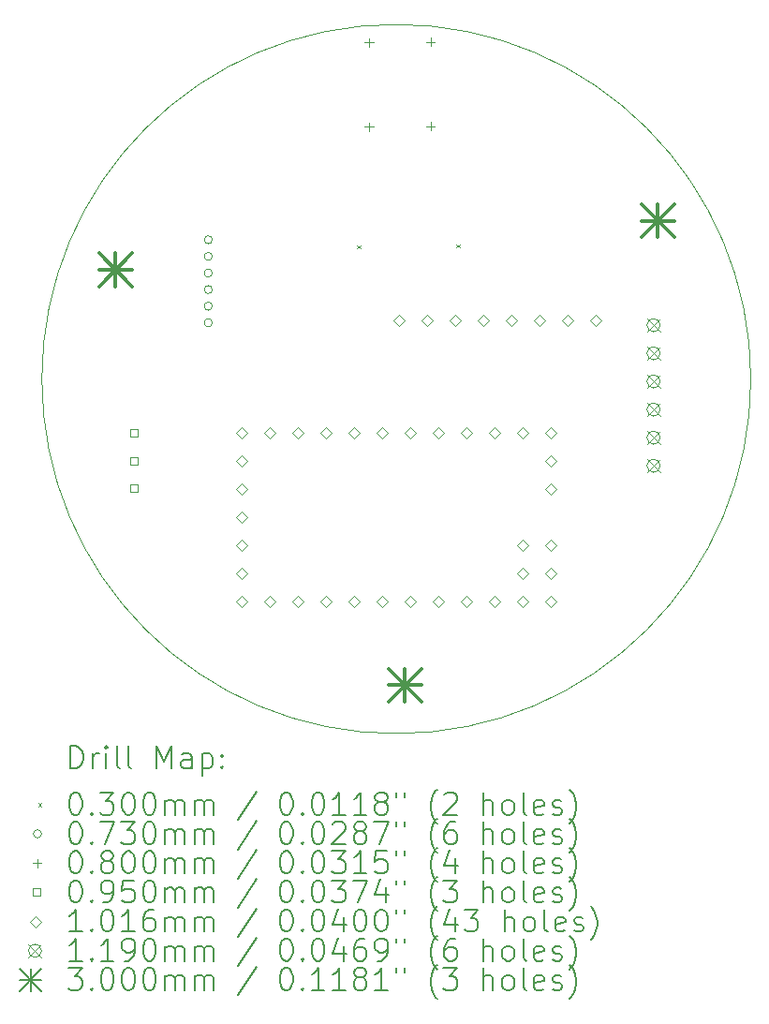
<source format=gbr>
%TF.GenerationSoftware,KiCad,Pcbnew,8.0.4*%
%TF.CreationDate,2024-08-09T17:24:14-06:00*%
%TF.ProjectId,computadorayCargaUtil,636f6d70-7574-4616-946f-726179436172,rev?*%
%TF.SameCoordinates,Original*%
%TF.FileFunction,Drillmap*%
%TF.FilePolarity,Positive*%
%FSLAX45Y45*%
G04 Gerber Fmt 4.5, Leading zero omitted, Abs format (unit mm)*
G04 Created by KiCad (PCBNEW 8.0.4) date 2024-08-09 17:24:14*
%MOMM*%
%LPD*%
G01*
G04 APERTURE LIST*
%ADD10C,0.050000*%
%ADD11C,0.200000*%
%ADD12C,0.100000*%
%ADD13C,0.101600*%
%ADD14C,0.119000*%
%ADD15C,0.300000*%
G04 APERTURE END LIST*
D10*
X18951817Y-9415683D02*
G75*
G02*
X12543183Y-9415683I-3204317J0D01*
G01*
X12543183Y-9415683D02*
G75*
G02*
X18951817Y-9415683I3204317J0D01*
G01*
D11*
D12*
X15392794Y-8207500D02*
X15422794Y-8237500D01*
X15422794Y-8207500D02*
X15392794Y-8237500D01*
X16292500Y-8197500D02*
X16322500Y-8227500D01*
X16322500Y-8197500D02*
X16292500Y-8227500D01*
X14084000Y-8157500D02*
G75*
G02*
X14011000Y-8157500I-36500J0D01*
G01*
X14011000Y-8157500D02*
G75*
G02*
X14084000Y-8157500I36500J0D01*
G01*
X14084000Y-8307500D02*
G75*
G02*
X14011000Y-8307500I-36500J0D01*
G01*
X14011000Y-8307500D02*
G75*
G02*
X14084000Y-8307500I36500J0D01*
G01*
X14084000Y-8457500D02*
G75*
G02*
X14011000Y-8457500I-36500J0D01*
G01*
X14011000Y-8457500D02*
G75*
G02*
X14084000Y-8457500I36500J0D01*
G01*
X14084000Y-8607500D02*
G75*
G02*
X14011000Y-8607500I-36500J0D01*
G01*
X14011000Y-8607500D02*
G75*
G02*
X14084000Y-8607500I36500J0D01*
G01*
X14084000Y-8757500D02*
G75*
G02*
X14011000Y-8757500I-36500J0D01*
G01*
X14011000Y-8757500D02*
G75*
G02*
X14084000Y-8757500I36500J0D01*
G01*
X14084000Y-8907500D02*
G75*
G02*
X14011000Y-8907500I-36500J0D01*
G01*
X14011000Y-8907500D02*
G75*
G02*
X14084000Y-8907500I36500J0D01*
G01*
X15502500Y-6334000D02*
X15502500Y-6414000D01*
X15462500Y-6374000D02*
X15542500Y-6374000D01*
X15502500Y-7096000D02*
X15502500Y-7176000D01*
X15462500Y-7136000D02*
X15542500Y-7136000D01*
X16057500Y-6328000D02*
X16057500Y-6408000D01*
X16017500Y-6368000D02*
X16097500Y-6368000D01*
X16057500Y-7090000D02*
X16057500Y-7170000D01*
X16017500Y-7130000D02*
X16097500Y-7130000D01*
X13411088Y-9936088D02*
X13411088Y-9868912D01*
X13343912Y-9868912D01*
X13343912Y-9936088D01*
X13411088Y-9936088D01*
X13411088Y-10186088D02*
X13411088Y-10118912D01*
X13343912Y-10118912D01*
X13343912Y-10186088D01*
X13411088Y-10186088D01*
X13411088Y-10436088D02*
X13411088Y-10368912D01*
X13343912Y-10368912D01*
X13343912Y-10436088D01*
X13411088Y-10436088D01*
D13*
X14351000Y-9956800D02*
X14401800Y-9906000D01*
X14351000Y-9855200D01*
X14300200Y-9906000D01*
X14351000Y-9956800D01*
X14351000Y-10210800D02*
X14401800Y-10160000D01*
X14351000Y-10109200D01*
X14300200Y-10160000D01*
X14351000Y-10210800D01*
X14351000Y-10464800D02*
X14401800Y-10414000D01*
X14351000Y-10363200D01*
X14300200Y-10414000D01*
X14351000Y-10464800D01*
X14351000Y-10718800D02*
X14401800Y-10668000D01*
X14351000Y-10617200D01*
X14300200Y-10668000D01*
X14351000Y-10718800D01*
X14351000Y-10972800D02*
X14401800Y-10922000D01*
X14351000Y-10871200D01*
X14300200Y-10922000D01*
X14351000Y-10972800D01*
X14351000Y-11226800D02*
X14401800Y-11176000D01*
X14351000Y-11125200D01*
X14300200Y-11176000D01*
X14351000Y-11226800D01*
X14351000Y-11480800D02*
X14401800Y-11430000D01*
X14351000Y-11379200D01*
X14300200Y-11430000D01*
X14351000Y-11480800D01*
X14605000Y-9956800D02*
X14655800Y-9906000D01*
X14605000Y-9855200D01*
X14554200Y-9906000D01*
X14605000Y-9956800D01*
X14605000Y-11480800D02*
X14655800Y-11430000D01*
X14605000Y-11379200D01*
X14554200Y-11430000D01*
X14605000Y-11480800D01*
X14859000Y-9956800D02*
X14909800Y-9906000D01*
X14859000Y-9855200D01*
X14808200Y-9906000D01*
X14859000Y-9956800D01*
X14859000Y-11480800D02*
X14909800Y-11430000D01*
X14859000Y-11379200D01*
X14808200Y-11430000D01*
X14859000Y-11480800D01*
X15113000Y-9956800D02*
X15163800Y-9906000D01*
X15113000Y-9855200D01*
X15062200Y-9906000D01*
X15113000Y-9956800D01*
X15113000Y-11480800D02*
X15163800Y-11430000D01*
X15113000Y-11379200D01*
X15062200Y-11430000D01*
X15113000Y-11480800D01*
X15367000Y-9956800D02*
X15417800Y-9906000D01*
X15367000Y-9855200D01*
X15316200Y-9906000D01*
X15367000Y-9956800D01*
X15367000Y-11480800D02*
X15417800Y-11430000D01*
X15367000Y-11379200D01*
X15316200Y-11430000D01*
X15367000Y-11480800D01*
X15621000Y-9956800D02*
X15671800Y-9906000D01*
X15621000Y-9855200D01*
X15570200Y-9906000D01*
X15621000Y-9956800D01*
X15621000Y-11480800D02*
X15671800Y-11430000D01*
X15621000Y-11379200D01*
X15570200Y-11430000D01*
X15621000Y-11480800D01*
X15769000Y-8933300D02*
X15819800Y-8882500D01*
X15769000Y-8831700D01*
X15718200Y-8882500D01*
X15769000Y-8933300D01*
X15875000Y-9956800D02*
X15925800Y-9906000D01*
X15875000Y-9855200D01*
X15824200Y-9906000D01*
X15875000Y-9956800D01*
X15875000Y-11480800D02*
X15925800Y-11430000D01*
X15875000Y-11379200D01*
X15824200Y-11430000D01*
X15875000Y-11480800D01*
X16023000Y-8933300D02*
X16073800Y-8882500D01*
X16023000Y-8831700D01*
X15972200Y-8882500D01*
X16023000Y-8933300D01*
X16129000Y-9956800D02*
X16179800Y-9906000D01*
X16129000Y-9855200D01*
X16078200Y-9906000D01*
X16129000Y-9956800D01*
X16129000Y-11480800D02*
X16179800Y-11430000D01*
X16129000Y-11379200D01*
X16078200Y-11430000D01*
X16129000Y-11480800D01*
X16277000Y-8933300D02*
X16327800Y-8882500D01*
X16277000Y-8831700D01*
X16226200Y-8882500D01*
X16277000Y-8933300D01*
X16383000Y-9956800D02*
X16433800Y-9906000D01*
X16383000Y-9855200D01*
X16332200Y-9906000D01*
X16383000Y-9956800D01*
X16383000Y-11480800D02*
X16433800Y-11430000D01*
X16383000Y-11379200D01*
X16332200Y-11430000D01*
X16383000Y-11480800D01*
X16531000Y-8933300D02*
X16581800Y-8882500D01*
X16531000Y-8831700D01*
X16480200Y-8882500D01*
X16531000Y-8933300D01*
X16637000Y-9956800D02*
X16687800Y-9906000D01*
X16637000Y-9855200D01*
X16586200Y-9906000D01*
X16637000Y-9956800D01*
X16637000Y-11480800D02*
X16687800Y-11430000D01*
X16637000Y-11379200D01*
X16586200Y-11430000D01*
X16637000Y-11480800D01*
X16785000Y-8933300D02*
X16835800Y-8882500D01*
X16785000Y-8831700D01*
X16734200Y-8882500D01*
X16785000Y-8933300D01*
X16891000Y-9956800D02*
X16941800Y-9906000D01*
X16891000Y-9855200D01*
X16840200Y-9906000D01*
X16891000Y-9956800D01*
X16891000Y-10972800D02*
X16941800Y-10922000D01*
X16891000Y-10871200D01*
X16840200Y-10922000D01*
X16891000Y-10972800D01*
X16891000Y-11226800D02*
X16941800Y-11176000D01*
X16891000Y-11125200D01*
X16840200Y-11176000D01*
X16891000Y-11226800D01*
X16891000Y-11480800D02*
X16941800Y-11430000D01*
X16891000Y-11379200D01*
X16840200Y-11430000D01*
X16891000Y-11480800D01*
X17039000Y-8933300D02*
X17089800Y-8882500D01*
X17039000Y-8831700D01*
X16988200Y-8882500D01*
X17039000Y-8933300D01*
X17145000Y-9956800D02*
X17195800Y-9906000D01*
X17145000Y-9855200D01*
X17094200Y-9906000D01*
X17145000Y-9956800D01*
X17145000Y-10210800D02*
X17195800Y-10160000D01*
X17145000Y-10109200D01*
X17094200Y-10160000D01*
X17145000Y-10210800D01*
X17145000Y-10464800D02*
X17195800Y-10414000D01*
X17145000Y-10363200D01*
X17094200Y-10414000D01*
X17145000Y-10464800D01*
X17145000Y-10972800D02*
X17195800Y-10922000D01*
X17145000Y-10871200D01*
X17094200Y-10922000D01*
X17145000Y-10972800D01*
X17145000Y-11226800D02*
X17195800Y-11176000D01*
X17145000Y-11125200D01*
X17094200Y-11176000D01*
X17145000Y-11226800D01*
X17145000Y-11480800D02*
X17195800Y-11430000D01*
X17145000Y-11379200D01*
X17094200Y-11430000D01*
X17145000Y-11480800D01*
X17293000Y-8933300D02*
X17343800Y-8882500D01*
X17293000Y-8831700D01*
X17242200Y-8882500D01*
X17293000Y-8933300D01*
X17547000Y-8933300D02*
X17597800Y-8882500D01*
X17547000Y-8831700D01*
X17496200Y-8882500D01*
X17547000Y-8933300D01*
D14*
X18013000Y-8869500D02*
X18132000Y-8988500D01*
X18132000Y-8869500D02*
X18013000Y-8988500D01*
X18132000Y-8929000D02*
G75*
G02*
X18013000Y-8929000I-59500J0D01*
G01*
X18013000Y-8929000D02*
G75*
G02*
X18132000Y-8929000I59500J0D01*
G01*
X18013000Y-9123500D02*
X18132000Y-9242500D01*
X18132000Y-9123500D02*
X18013000Y-9242500D01*
X18132000Y-9183000D02*
G75*
G02*
X18013000Y-9183000I-59500J0D01*
G01*
X18013000Y-9183000D02*
G75*
G02*
X18132000Y-9183000I59500J0D01*
G01*
X18013000Y-9377500D02*
X18132000Y-9496500D01*
X18132000Y-9377500D02*
X18013000Y-9496500D01*
X18132000Y-9437000D02*
G75*
G02*
X18013000Y-9437000I-59500J0D01*
G01*
X18013000Y-9437000D02*
G75*
G02*
X18132000Y-9437000I59500J0D01*
G01*
X18013000Y-9631500D02*
X18132000Y-9750500D01*
X18132000Y-9631500D02*
X18013000Y-9750500D01*
X18132000Y-9691000D02*
G75*
G02*
X18013000Y-9691000I-59500J0D01*
G01*
X18013000Y-9691000D02*
G75*
G02*
X18132000Y-9691000I59500J0D01*
G01*
X18013000Y-9885500D02*
X18132000Y-10004500D01*
X18132000Y-9885500D02*
X18013000Y-10004500D01*
X18132000Y-9945000D02*
G75*
G02*
X18013000Y-9945000I-59500J0D01*
G01*
X18013000Y-9945000D02*
G75*
G02*
X18132000Y-9945000I59500J0D01*
G01*
X18013000Y-10139500D02*
X18132000Y-10258500D01*
X18132000Y-10139500D02*
X18013000Y-10258500D01*
X18132000Y-10199000D02*
G75*
G02*
X18013000Y-10199000I-59500J0D01*
G01*
X18013000Y-10199000D02*
G75*
G02*
X18132000Y-10199000I59500J0D01*
G01*
D15*
X13060000Y-8280000D02*
X13360000Y-8580000D01*
X13360000Y-8280000D02*
X13060000Y-8580000D01*
X13210000Y-8280000D02*
X13210000Y-8580000D01*
X13060000Y-8430000D02*
X13360000Y-8430000D01*
X15675000Y-12032500D02*
X15975000Y-12332500D01*
X15975000Y-12032500D02*
X15675000Y-12332500D01*
X15825000Y-12032500D02*
X15825000Y-12332500D01*
X15675000Y-12182500D02*
X15975000Y-12182500D01*
X17962500Y-7835000D02*
X18262500Y-8135000D01*
X18262500Y-7835000D02*
X17962500Y-8135000D01*
X18112500Y-7835000D02*
X18112500Y-8135000D01*
X17962500Y-7985000D02*
X18262500Y-7985000D01*
D11*
X12801459Y-12933984D02*
X12801459Y-12733984D01*
X12801459Y-12733984D02*
X12849078Y-12733984D01*
X12849078Y-12733984D02*
X12877650Y-12743508D01*
X12877650Y-12743508D02*
X12896697Y-12762555D01*
X12896697Y-12762555D02*
X12906221Y-12781603D01*
X12906221Y-12781603D02*
X12915745Y-12819698D01*
X12915745Y-12819698D02*
X12915745Y-12848269D01*
X12915745Y-12848269D02*
X12906221Y-12886365D01*
X12906221Y-12886365D02*
X12896697Y-12905412D01*
X12896697Y-12905412D02*
X12877650Y-12924460D01*
X12877650Y-12924460D02*
X12849078Y-12933984D01*
X12849078Y-12933984D02*
X12801459Y-12933984D01*
X13001459Y-12933984D02*
X13001459Y-12800650D01*
X13001459Y-12838746D02*
X13010983Y-12819698D01*
X13010983Y-12819698D02*
X13020507Y-12810174D01*
X13020507Y-12810174D02*
X13039555Y-12800650D01*
X13039555Y-12800650D02*
X13058602Y-12800650D01*
X13125269Y-12933984D02*
X13125269Y-12800650D01*
X13125269Y-12733984D02*
X13115745Y-12743508D01*
X13115745Y-12743508D02*
X13125269Y-12753031D01*
X13125269Y-12753031D02*
X13134793Y-12743508D01*
X13134793Y-12743508D02*
X13125269Y-12733984D01*
X13125269Y-12733984D02*
X13125269Y-12753031D01*
X13249078Y-12933984D02*
X13230031Y-12924460D01*
X13230031Y-12924460D02*
X13220507Y-12905412D01*
X13220507Y-12905412D02*
X13220507Y-12733984D01*
X13353840Y-12933984D02*
X13334793Y-12924460D01*
X13334793Y-12924460D02*
X13325269Y-12905412D01*
X13325269Y-12905412D02*
X13325269Y-12733984D01*
X13582412Y-12933984D02*
X13582412Y-12733984D01*
X13582412Y-12733984D02*
X13649078Y-12876841D01*
X13649078Y-12876841D02*
X13715745Y-12733984D01*
X13715745Y-12733984D02*
X13715745Y-12933984D01*
X13896697Y-12933984D02*
X13896697Y-12829222D01*
X13896697Y-12829222D02*
X13887174Y-12810174D01*
X13887174Y-12810174D02*
X13868126Y-12800650D01*
X13868126Y-12800650D02*
X13830031Y-12800650D01*
X13830031Y-12800650D02*
X13810983Y-12810174D01*
X13896697Y-12924460D02*
X13877650Y-12933984D01*
X13877650Y-12933984D02*
X13830031Y-12933984D01*
X13830031Y-12933984D02*
X13810983Y-12924460D01*
X13810983Y-12924460D02*
X13801459Y-12905412D01*
X13801459Y-12905412D02*
X13801459Y-12886365D01*
X13801459Y-12886365D02*
X13810983Y-12867317D01*
X13810983Y-12867317D02*
X13830031Y-12857793D01*
X13830031Y-12857793D02*
X13877650Y-12857793D01*
X13877650Y-12857793D02*
X13896697Y-12848269D01*
X13991936Y-12800650D02*
X13991936Y-13000650D01*
X13991936Y-12810174D02*
X14010983Y-12800650D01*
X14010983Y-12800650D02*
X14049078Y-12800650D01*
X14049078Y-12800650D02*
X14068126Y-12810174D01*
X14068126Y-12810174D02*
X14077650Y-12819698D01*
X14077650Y-12819698D02*
X14087174Y-12838746D01*
X14087174Y-12838746D02*
X14087174Y-12895888D01*
X14087174Y-12895888D02*
X14077650Y-12914936D01*
X14077650Y-12914936D02*
X14068126Y-12924460D01*
X14068126Y-12924460D02*
X14049078Y-12933984D01*
X14049078Y-12933984D02*
X14010983Y-12933984D01*
X14010983Y-12933984D02*
X13991936Y-12924460D01*
X14172888Y-12914936D02*
X14182412Y-12924460D01*
X14182412Y-12924460D02*
X14172888Y-12933984D01*
X14172888Y-12933984D02*
X14163364Y-12924460D01*
X14163364Y-12924460D02*
X14172888Y-12914936D01*
X14172888Y-12914936D02*
X14172888Y-12933984D01*
X14172888Y-12810174D02*
X14182412Y-12819698D01*
X14182412Y-12819698D02*
X14172888Y-12829222D01*
X14172888Y-12829222D02*
X14163364Y-12819698D01*
X14163364Y-12819698D02*
X14172888Y-12810174D01*
X14172888Y-12810174D02*
X14172888Y-12829222D01*
D12*
X12510683Y-13247500D02*
X12540683Y-13277500D01*
X12540683Y-13247500D02*
X12510683Y-13277500D01*
D11*
X12839555Y-13153984D02*
X12858602Y-13153984D01*
X12858602Y-13153984D02*
X12877650Y-13163508D01*
X12877650Y-13163508D02*
X12887174Y-13173031D01*
X12887174Y-13173031D02*
X12896697Y-13192079D01*
X12896697Y-13192079D02*
X12906221Y-13230174D01*
X12906221Y-13230174D02*
X12906221Y-13277793D01*
X12906221Y-13277793D02*
X12896697Y-13315888D01*
X12896697Y-13315888D02*
X12887174Y-13334936D01*
X12887174Y-13334936D02*
X12877650Y-13344460D01*
X12877650Y-13344460D02*
X12858602Y-13353984D01*
X12858602Y-13353984D02*
X12839555Y-13353984D01*
X12839555Y-13353984D02*
X12820507Y-13344460D01*
X12820507Y-13344460D02*
X12810983Y-13334936D01*
X12810983Y-13334936D02*
X12801459Y-13315888D01*
X12801459Y-13315888D02*
X12791936Y-13277793D01*
X12791936Y-13277793D02*
X12791936Y-13230174D01*
X12791936Y-13230174D02*
X12801459Y-13192079D01*
X12801459Y-13192079D02*
X12810983Y-13173031D01*
X12810983Y-13173031D02*
X12820507Y-13163508D01*
X12820507Y-13163508D02*
X12839555Y-13153984D01*
X12991936Y-13334936D02*
X13001459Y-13344460D01*
X13001459Y-13344460D02*
X12991936Y-13353984D01*
X12991936Y-13353984D02*
X12982412Y-13344460D01*
X12982412Y-13344460D02*
X12991936Y-13334936D01*
X12991936Y-13334936D02*
X12991936Y-13353984D01*
X13068126Y-13153984D02*
X13191936Y-13153984D01*
X13191936Y-13153984D02*
X13125269Y-13230174D01*
X13125269Y-13230174D02*
X13153840Y-13230174D01*
X13153840Y-13230174D02*
X13172888Y-13239698D01*
X13172888Y-13239698D02*
X13182412Y-13249222D01*
X13182412Y-13249222D02*
X13191936Y-13268269D01*
X13191936Y-13268269D02*
X13191936Y-13315888D01*
X13191936Y-13315888D02*
X13182412Y-13334936D01*
X13182412Y-13334936D02*
X13172888Y-13344460D01*
X13172888Y-13344460D02*
X13153840Y-13353984D01*
X13153840Y-13353984D02*
X13096697Y-13353984D01*
X13096697Y-13353984D02*
X13077650Y-13344460D01*
X13077650Y-13344460D02*
X13068126Y-13334936D01*
X13315745Y-13153984D02*
X13334793Y-13153984D01*
X13334793Y-13153984D02*
X13353840Y-13163508D01*
X13353840Y-13163508D02*
X13363364Y-13173031D01*
X13363364Y-13173031D02*
X13372888Y-13192079D01*
X13372888Y-13192079D02*
X13382412Y-13230174D01*
X13382412Y-13230174D02*
X13382412Y-13277793D01*
X13382412Y-13277793D02*
X13372888Y-13315888D01*
X13372888Y-13315888D02*
X13363364Y-13334936D01*
X13363364Y-13334936D02*
X13353840Y-13344460D01*
X13353840Y-13344460D02*
X13334793Y-13353984D01*
X13334793Y-13353984D02*
X13315745Y-13353984D01*
X13315745Y-13353984D02*
X13296697Y-13344460D01*
X13296697Y-13344460D02*
X13287174Y-13334936D01*
X13287174Y-13334936D02*
X13277650Y-13315888D01*
X13277650Y-13315888D02*
X13268126Y-13277793D01*
X13268126Y-13277793D02*
X13268126Y-13230174D01*
X13268126Y-13230174D02*
X13277650Y-13192079D01*
X13277650Y-13192079D02*
X13287174Y-13173031D01*
X13287174Y-13173031D02*
X13296697Y-13163508D01*
X13296697Y-13163508D02*
X13315745Y-13153984D01*
X13506221Y-13153984D02*
X13525269Y-13153984D01*
X13525269Y-13153984D02*
X13544317Y-13163508D01*
X13544317Y-13163508D02*
X13553840Y-13173031D01*
X13553840Y-13173031D02*
X13563364Y-13192079D01*
X13563364Y-13192079D02*
X13572888Y-13230174D01*
X13572888Y-13230174D02*
X13572888Y-13277793D01*
X13572888Y-13277793D02*
X13563364Y-13315888D01*
X13563364Y-13315888D02*
X13553840Y-13334936D01*
X13553840Y-13334936D02*
X13544317Y-13344460D01*
X13544317Y-13344460D02*
X13525269Y-13353984D01*
X13525269Y-13353984D02*
X13506221Y-13353984D01*
X13506221Y-13353984D02*
X13487174Y-13344460D01*
X13487174Y-13344460D02*
X13477650Y-13334936D01*
X13477650Y-13334936D02*
X13468126Y-13315888D01*
X13468126Y-13315888D02*
X13458602Y-13277793D01*
X13458602Y-13277793D02*
X13458602Y-13230174D01*
X13458602Y-13230174D02*
X13468126Y-13192079D01*
X13468126Y-13192079D02*
X13477650Y-13173031D01*
X13477650Y-13173031D02*
X13487174Y-13163508D01*
X13487174Y-13163508D02*
X13506221Y-13153984D01*
X13658602Y-13353984D02*
X13658602Y-13220650D01*
X13658602Y-13239698D02*
X13668126Y-13230174D01*
X13668126Y-13230174D02*
X13687174Y-13220650D01*
X13687174Y-13220650D02*
X13715745Y-13220650D01*
X13715745Y-13220650D02*
X13734793Y-13230174D01*
X13734793Y-13230174D02*
X13744317Y-13249222D01*
X13744317Y-13249222D02*
X13744317Y-13353984D01*
X13744317Y-13249222D02*
X13753840Y-13230174D01*
X13753840Y-13230174D02*
X13772888Y-13220650D01*
X13772888Y-13220650D02*
X13801459Y-13220650D01*
X13801459Y-13220650D02*
X13820507Y-13230174D01*
X13820507Y-13230174D02*
X13830031Y-13249222D01*
X13830031Y-13249222D02*
X13830031Y-13353984D01*
X13925269Y-13353984D02*
X13925269Y-13220650D01*
X13925269Y-13239698D02*
X13934793Y-13230174D01*
X13934793Y-13230174D02*
X13953840Y-13220650D01*
X13953840Y-13220650D02*
X13982412Y-13220650D01*
X13982412Y-13220650D02*
X14001459Y-13230174D01*
X14001459Y-13230174D02*
X14010983Y-13249222D01*
X14010983Y-13249222D02*
X14010983Y-13353984D01*
X14010983Y-13249222D02*
X14020507Y-13230174D01*
X14020507Y-13230174D02*
X14039555Y-13220650D01*
X14039555Y-13220650D02*
X14068126Y-13220650D01*
X14068126Y-13220650D02*
X14087174Y-13230174D01*
X14087174Y-13230174D02*
X14096698Y-13249222D01*
X14096698Y-13249222D02*
X14096698Y-13353984D01*
X14487174Y-13144460D02*
X14315745Y-13401603D01*
X14744317Y-13153984D02*
X14763364Y-13153984D01*
X14763364Y-13153984D02*
X14782412Y-13163508D01*
X14782412Y-13163508D02*
X14791936Y-13173031D01*
X14791936Y-13173031D02*
X14801460Y-13192079D01*
X14801460Y-13192079D02*
X14810983Y-13230174D01*
X14810983Y-13230174D02*
X14810983Y-13277793D01*
X14810983Y-13277793D02*
X14801460Y-13315888D01*
X14801460Y-13315888D02*
X14791936Y-13334936D01*
X14791936Y-13334936D02*
X14782412Y-13344460D01*
X14782412Y-13344460D02*
X14763364Y-13353984D01*
X14763364Y-13353984D02*
X14744317Y-13353984D01*
X14744317Y-13353984D02*
X14725269Y-13344460D01*
X14725269Y-13344460D02*
X14715745Y-13334936D01*
X14715745Y-13334936D02*
X14706221Y-13315888D01*
X14706221Y-13315888D02*
X14696698Y-13277793D01*
X14696698Y-13277793D02*
X14696698Y-13230174D01*
X14696698Y-13230174D02*
X14706221Y-13192079D01*
X14706221Y-13192079D02*
X14715745Y-13173031D01*
X14715745Y-13173031D02*
X14725269Y-13163508D01*
X14725269Y-13163508D02*
X14744317Y-13153984D01*
X14896698Y-13334936D02*
X14906221Y-13344460D01*
X14906221Y-13344460D02*
X14896698Y-13353984D01*
X14896698Y-13353984D02*
X14887174Y-13344460D01*
X14887174Y-13344460D02*
X14896698Y-13334936D01*
X14896698Y-13334936D02*
X14896698Y-13353984D01*
X15030031Y-13153984D02*
X15049079Y-13153984D01*
X15049079Y-13153984D02*
X15068126Y-13163508D01*
X15068126Y-13163508D02*
X15077650Y-13173031D01*
X15077650Y-13173031D02*
X15087174Y-13192079D01*
X15087174Y-13192079D02*
X15096698Y-13230174D01*
X15096698Y-13230174D02*
X15096698Y-13277793D01*
X15096698Y-13277793D02*
X15087174Y-13315888D01*
X15087174Y-13315888D02*
X15077650Y-13334936D01*
X15077650Y-13334936D02*
X15068126Y-13344460D01*
X15068126Y-13344460D02*
X15049079Y-13353984D01*
X15049079Y-13353984D02*
X15030031Y-13353984D01*
X15030031Y-13353984D02*
X15010983Y-13344460D01*
X15010983Y-13344460D02*
X15001460Y-13334936D01*
X15001460Y-13334936D02*
X14991936Y-13315888D01*
X14991936Y-13315888D02*
X14982412Y-13277793D01*
X14982412Y-13277793D02*
X14982412Y-13230174D01*
X14982412Y-13230174D02*
X14991936Y-13192079D01*
X14991936Y-13192079D02*
X15001460Y-13173031D01*
X15001460Y-13173031D02*
X15010983Y-13163508D01*
X15010983Y-13163508D02*
X15030031Y-13153984D01*
X15287174Y-13353984D02*
X15172888Y-13353984D01*
X15230031Y-13353984D02*
X15230031Y-13153984D01*
X15230031Y-13153984D02*
X15210983Y-13182555D01*
X15210983Y-13182555D02*
X15191936Y-13201603D01*
X15191936Y-13201603D02*
X15172888Y-13211127D01*
X15477650Y-13353984D02*
X15363364Y-13353984D01*
X15420507Y-13353984D02*
X15420507Y-13153984D01*
X15420507Y-13153984D02*
X15401460Y-13182555D01*
X15401460Y-13182555D02*
X15382412Y-13201603D01*
X15382412Y-13201603D02*
X15363364Y-13211127D01*
X15591936Y-13239698D02*
X15572888Y-13230174D01*
X15572888Y-13230174D02*
X15563364Y-13220650D01*
X15563364Y-13220650D02*
X15553841Y-13201603D01*
X15553841Y-13201603D02*
X15553841Y-13192079D01*
X15553841Y-13192079D02*
X15563364Y-13173031D01*
X15563364Y-13173031D02*
X15572888Y-13163508D01*
X15572888Y-13163508D02*
X15591936Y-13153984D01*
X15591936Y-13153984D02*
X15630031Y-13153984D01*
X15630031Y-13153984D02*
X15649079Y-13163508D01*
X15649079Y-13163508D02*
X15658602Y-13173031D01*
X15658602Y-13173031D02*
X15668126Y-13192079D01*
X15668126Y-13192079D02*
X15668126Y-13201603D01*
X15668126Y-13201603D02*
X15658602Y-13220650D01*
X15658602Y-13220650D02*
X15649079Y-13230174D01*
X15649079Y-13230174D02*
X15630031Y-13239698D01*
X15630031Y-13239698D02*
X15591936Y-13239698D01*
X15591936Y-13239698D02*
X15572888Y-13249222D01*
X15572888Y-13249222D02*
X15563364Y-13258746D01*
X15563364Y-13258746D02*
X15553841Y-13277793D01*
X15553841Y-13277793D02*
X15553841Y-13315888D01*
X15553841Y-13315888D02*
X15563364Y-13334936D01*
X15563364Y-13334936D02*
X15572888Y-13344460D01*
X15572888Y-13344460D02*
X15591936Y-13353984D01*
X15591936Y-13353984D02*
X15630031Y-13353984D01*
X15630031Y-13353984D02*
X15649079Y-13344460D01*
X15649079Y-13344460D02*
X15658602Y-13334936D01*
X15658602Y-13334936D02*
X15668126Y-13315888D01*
X15668126Y-13315888D02*
X15668126Y-13277793D01*
X15668126Y-13277793D02*
X15658602Y-13258746D01*
X15658602Y-13258746D02*
X15649079Y-13249222D01*
X15649079Y-13249222D02*
X15630031Y-13239698D01*
X15744317Y-13153984D02*
X15744317Y-13192079D01*
X15820507Y-13153984D02*
X15820507Y-13192079D01*
X16115745Y-13430174D02*
X16106222Y-13420650D01*
X16106222Y-13420650D02*
X16087174Y-13392079D01*
X16087174Y-13392079D02*
X16077650Y-13373031D01*
X16077650Y-13373031D02*
X16068126Y-13344460D01*
X16068126Y-13344460D02*
X16058603Y-13296841D01*
X16058603Y-13296841D02*
X16058603Y-13258746D01*
X16058603Y-13258746D02*
X16068126Y-13211127D01*
X16068126Y-13211127D02*
X16077650Y-13182555D01*
X16077650Y-13182555D02*
X16087174Y-13163508D01*
X16087174Y-13163508D02*
X16106222Y-13134936D01*
X16106222Y-13134936D02*
X16115745Y-13125412D01*
X16182412Y-13173031D02*
X16191936Y-13163508D01*
X16191936Y-13163508D02*
X16210983Y-13153984D01*
X16210983Y-13153984D02*
X16258603Y-13153984D01*
X16258603Y-13153984D02*
X16277650Y-13163508D01*
X16277650Y-13163508D02*
X16287174Y-13173031D01*
X16287174Y-13173031D02*
X16296698Y-13192079D01*
X16296698Y-13192079D02*
X16296698Y-13211127D01*
X16296698Y-13211127D02*
X16287174Y-13239698D01*
X16287174Y-13239698D02*
X16172888Y-13353984D01*
X16172888Y-13353984D02*
X16296698Y-13353984D01*
X16534793Y-13353984D02*
X16534793Y-13153984D01*
X16620507Y-13353984D02*
X16620507Y-13249222D01*
X16620507Y-13249222D02*
X16610984Y-13230174D01*
X16610984Y-13230174D02*
X16591936Y-13220650D01*
X16591936Y-13220650D02*
X16563364Y-13220650D01*
X16563364Y-13220650D02*
X16544317Y-13230174D01*
X16544317Y-13230174D02*
X16534793Y-13239698D01*
X16744317Y-13353984D02*
X16725269Y-13344460D01*
X16725269Y-13344460D02*
X16715745Y-13334936D01*
X16715745Y-13334936D02*
X16706222Y-13315888D01*
X16706222Y-13315888D02*
X16706222Y-13258746D01*
X16706222Y-13258746D02*
X16715745Y-13239698D01*
X16715745Y-13239698D02*
X16725269Y-13230174D01*
X16725269Y-13230174D02*
X16744317Y-13220650D01*
X16744317Y-13220650D02*
X16772888Y-13220650D01*
X16772888Y-13220650D02*
X16791936Y-13230174D01*
X16791936Y-13230174D02*
X16801460Y-13239698D01*
X16801460Y-13239698D02*
X16810984Y-13258746D01*
X16810984Y-13258746D02*
X16810984Y-13315888D01*
X16810984Y-13315888D02*
X16801460Y-13334936D01*
X16801460Y-13334936D02*
X16791936Y-13344460D01*
X16791936Y-13344460D02*
X16772888Y-13353984D01*
X16772888Y-13353984D02*
X16744317Y-13353984D01*
X16925269Y-13353984D02*
X16906222Y-13344460D01*
X16906222Y-13344460D02*
X16896698Y-13325412D01*
X16896698Y-13325412D02*
X16896698Y-13153984D01*
X17077650Y-13344460D02*
X17058603Y-13353984D01*
X17058603Y-13353984D02*
X17020507Y-13353984D01*
X17020507Y-13353984D02*
X17001460Y-13344460D01*
X17001460Y-13344460D02*
X16991936Y-13325412D01*
X16991936Y-13325412D02*
X16991936Y-13249222D01*
X16991936Y-13249222D02*
X17001460Y-13230174D01*
X17001460Y-13230174D02*
X17020507Y-13220650D01*
X17020507Y-13220650D02*
X17058603Y-13220650D01*
X17058603Y-13220650D02*
X17077650Y-13230174D01*
X17077650Y-13230174D02*
X17087174Y-13249222D01*
X17087174Y-13249222D02*
X17087174Y-13268269D01*
X17087174Y-13268269D02*
X16991936Y-13287317D01*
X17163365Y-13344460D02*
X17182412Y-13353984D01*
X17182412Y-13353984D02*
X17220507Y-13353984D01*
X17220507Y-13353984D02*
X17239555Y-13344460D01*
X17239555Y-13344460D02*
X17249079Y-13325412D01*
X17249079Y-13325412D02*
X17249079Y-13315888D01*
X17249079Y-13315888D02*
X17239555Y-13296841D01*
X17239555Y-13296841D02*
X17220507Y-13287317D01*
X17220507Y-13287317D02*
X17191936Y-13287317D01*
X17191936Y-13287317D02*
X17172888Y-13277793D01*
X17172888Y-13277793D02*
X17163365Y-13258746D01*
X17163365Y-13258746D02*
X17163365Y-13249222D01*
X17163365Y-13249222D02*
X17172888Y-13230174D01*
X17172888Y-13230174D02*
X17191936Y-13220650D01*
X17191936Y-13220650D02*
X17220507Y-13220650D01*
X17220507Y-13220650D02*
X17239555Y-13230174D01*
X17315746Y-13430174D02*
X17325269Y-13420650D01*
X17325269Y-13420650D02*
X17344317Y-13392079D01*
X17344317Y-13392079D02*
X17353841Y-13373031D01*
X17353841Y-13373031D02*
X17363365Y-13344460D01*
X17363365Y-13344460D02*
X17372888Y-13296841D01*
X17372888Y-13296841D02*
X17372888Y-13258746D01*
X17372888Y-13258746D02*
X17363365Y-13211127D01*
X17363365Y-13211127D02*
X17353841Y-13182555D01*
X17353841Y-13182555D02*
X17344317Y-13163508D01*
X17344317Y-13163508D02*
X17325269Y-13134936D01*
X17325269Y-13134936D02*
X17315746Y-13125412D01*
D12*
X12540683Y-13526500D02*
G75*
G02*
X12467683Y-13526500I-36500J0D01*
G01*
X12467683Y-13526500D02*
G75*
G02*
X12540683Y-13526500I36500J0D01*
G01*
D11*
X12839555Y-13417984D02*
X12858602Y-13417984D01*
X12858602Y-13417984D02*
X12877650Y-13427508D01*
X12877650Y-13427508D02*
X12887174Y-13437031D01*
X12887174Y-13437031D02*
X12896697Y-13456079D01*
X12896697Y-13456079D02*
X12906221Y-13494174D01*
X12906221Y-13494174D02*
X12906221Y-13541793D01*
X12906221Y-13541793D02*
X12896697Y-13579888D01*
X12896697Y-13579888D02*
X12887174Y-13598936D01*
X12887174Y-13598936D02*
X12877650Y-13608460D01*
X12877650Y-13608460D02*
X12858602Y-13617984D01*
X12858602Y-13617984D02*
X12839555Y-13617984D01*
X12839555Y-13617984D02*
X12820507Y-13608460D01*
X12820507Y-13608460D02*
X12810983Y-13598936D01*
X12810983Y-13598936D02*
X12801459Y-13579888D01*
X12801459Y-13579888D02*
X12791936Y-13541793D01*
X12791936Y-13541793D02*
X12791936Y-13494174D01*
X12791936Y-13494174D02*
X12801459Y-13456079D01*
X12801459Y-13456079D02*
X12810983Y-13437031D01*
X12810983Y-13437031D02*
X12820507Y-13427508D01*
X12820507Y-13427508D02*
X12839555Y-13417984D01*
X12991936Y-13598936D02*
X13001459Y-13608460D01*
X13001459Y-13608460D02*
X12991936Y-13617984D01*
X12991936Y-13617984D02*
X12982412Y-13608460D01*
X12982412Y-13608460D02*
X12991936Y-13598936D01*
X12991936Y-13598936D02*
X12991936Y-13617984D01*
X13068126Y-13417984D02*
X13201459Y-13417984D01*
X13201459Y-13417984D02*
X13115745Y-13617984D01*
X13258602Y-13417984D02*
X13382412Y-13417984D01*
X13382412Y-13417984D02*
X13315745Y-13494174D01*
X13315745Y-13494174D02*
X13344317Y-13494174D01*
X13344317Y-13494174D02*
X13363364Y-13503698D01*
X13363364Y-13503698D02*
X13372888Y-13513222D01*
X13372888Y-13513222D02*
X13382412Y-13532269D01*
X13382412Y-13532269D02*
X13382412Y-13579888D01*
X13382412Y-13579888D02*
X13372888Y-13598936D01*
X13372888Y-13598936D02*
X13363364Y-13608460D01*
X13363364Y-13608460D02*
X13344317Y-13617984D01*
X13344317Y-13617984D02*
X13287174Y-13617984D01*
X13287174Y-13617984D02*
X13268126Y-13608460D01*
X13268126Y-13608460D02*
X13258602Y-13598936D01*
X13506221Y-13417984D02*
X13525269Y-13417984D01*
X13525269Y-13417984D02*
X13544317Y-13427508D01*
X13544317Y-13427508D02*
X13553840Y-13437031D01*
X13553840Y-13437031D02*
X13563364Y-13456079D01*
X13563364Y-13456079D02*
X13572888Y-13494174D01*
X13572888Y-13494174D02*
X13572888Y-13541793D01*
X13572888Y-13541793D02*
X13563364Y-13579888D01*
X13563364Y-13579888D02*
X13553840Y-13598936D01*
X13553840Y-13598936D02*
X13544317Y-13608460D01*
X13544317Y-13608460D02*
X13525269Y-13617984D01*
X13525269Y-13617984D02*
X13506221Y-13617984D01*
X13506221Y-13617984D02*
X13487174Y-13608460D01*
X13487174Y-13608460D02*
X13477650Y-13598936D01*
X13477650Y-13598936D02*
X13468126Y-13579888D01*
X13468126Y-13579888D02*
X13458602Y-13541793D01*
X13458602Y-13541793D02*
X13458602Y-13494174D01*
X13458602Y-13494174D02*
X13468126Y-13456079D01*
X13468126Y-13456079D02*
X13477650Y-13437031D01*
X13477650Y-13437031D02*
X13487174Y-13427508D01*
X13487174Y-13427508D02*
X13506221Y-13417984D01*
X13658602Y-13617984D02*
X13658602Y-13484650D01*
X13658602Y-13503698D02*
X13668126Y-13494174D01*
X13668126Y-13494174D02*
X13687174Y-13484650D01*
X13687174Y-13484650D02*
X13715745Y-13484650D01*
X13715745Y-13484650D02*
X13734793Y-13494174D01*
X13734793Y-13494174D02*
X13744317Y-13513222D01*
X13744317Y-13513222D02*
X13744317Y-13617984D01*
X13744317Y-13513222D02*
X13753840Y-13494174D01*
X13753840Y-13494174D02*
X13772888Y-13484650D01*
X13772888Y-13484650D02*
X13801459Y-13484650D01*
X13801459Y-13484650D02*
X13820507Y-13494174D01*
X13820507Y-13494174D02*
X13830031Y-13513222D01*
X13830031Y-13513222D02*
X13830031Y-13617984D01*
X13925269Y-13617984D02*
X13925269Y-13484650D01*
X13925269Y-13503698D02*
X13934793Y-13494174D01*
X13934793Y-13494174D02*
X13953840Y-13484650D01*
X13953840Y-13484650D02*
X13982412Y-13484650D01*
X13982412Y-13484650D02*
X14001459Y-13494174D01*
X14001459Y-13494174D02*
X14010983Y-13513222D01*
X14010983Y-13513222D02*
X14010983Y-13617984D01*
X14010983Y-13513222D02*
X14020507Y-13494174D01*
X14020507Y-13494174D02*
X14039555Y-13484650D01*
X14039555Y-13484650D02*
X14068126Y-13484650D01*
X14068126Y-13484650D02*
X14087174Y-13494174D01*
X14087174Y-13494174D02*
X14096698Y-13513222D01*
X14096698Y-13513222D02*
X14096698Y-13617984D01*
X14487174Y-13408460D02*
X14315745Y-13665603D01*
X14744317Y-13417984D02*
X14763364Y-13417984D01*
X14763364Y-13417984D02*
X14782412Y-13427508D01*
X14782412Y-13427508D02*
X14791936Y-13437031D01*
X14791936Y-13437031D02*
X14801460Y-13456079D01*
X14801460Y-13456079D02*
X14810983Y-13494174D01*
X14810983Y-13494174D02*
X14810983Y-13541793D01*
X14810983Y-13541793D02*
X14801460Y-13579888D01*
X14801460Y-13579888D02*
X14791936Y-13598936D01*
X14791936Y-13598936D02*
X14782412Y-13608460D01*
X14782412Y-13608460D02*
X14763364Y-13617984D01*
X14763364Y-13617984D02*
X14744317Y-13617984D01*
X14744317Y-13617984D02*
X14725269Y-13608460D01*
X14725269Y-13608460D02*
X14715745Y-13598936D01*
X14715745Y-13598936D02*
X14706221Y-13579888D01*
X14706221Y-13579888D02*
X14696698Y-13541793D01*
X14696698Y-13541793D02*
X14696698Y-13494174D01*
X14696698Y-13494174D02*
X14706221Y-13456079D01*
X14706221Y-13456079D02*
X14715745Y-13437031D01*
X14715745Y-13437031D02*
X14725269Y-13427508D01*
X14725269Y-13427508D02*
X14744317Y-13417984D01*
X14896698Y-13598936D02*
X14906221Y-13608460D01*
X14906221Y-13608460D02*
X14896698Y-13617984D01*
X14896698Y-13617984D02*
X14887174Y-13608460D01*
X14887174Y-13608460D02*
X14896698Y-13598936D01*
X14896698Y-13598936D02*
X14896698Y-13617984D01*
X15030031Y-13417984D02*
X15049079Y-13417984D01*
X15049079Y-13417984D02*
X15068126Y-13427508D01*
X15068126Y-13427508D02*
X15077650Y-13437031D01*
X15077650Y-13437031D02*
X15087174Y-13456079D01*
X15087174Y-13456079D02*
X15096698Y-13494174D01*
X15096698Y-13494174D02*
X15096698Y-13541793D01*
X15096698Y-13541793D02*
X15087174Y-13579888D01*
X15087174Y-13579888D02*
X15077650Y-13598936D01*
X15077650Y-13598936D02*
X15068126Y-13608460D01*
X15068126Y-13608460D02*
X15049079Y-13617984D01*
X15049079Y-13617984D02*
X15030031Y-13617984D01*
X15030031Y-13617984D02*
X15010983Y-13608460D01*
X15010983Y-13608460D02*
X15001460Y-13598936D01*
X15001460Y-13598936D02*
X14991936Y-13579888D01*
X14991936Y-13579888D02*
X14982412Y-13541793D01*
X14982412Y-13541793D02*
X14982412Y-13494174D01*
X14982412Y-13494174D02*
X14991936Y-13456079D01*
X14991936Y-13456079D02*
X15001460Y-13437031D01*
X15001460Y-13437031D02*
X15010983Y-13427508D01*
X15010983Y-13427508D02*
X15030031Y-13417984D01*
X15172888Y-13437031D02*
X15182412Y-13427508D01*
X15182412Y-13427508D02*
X15201460Y-13417984D01*
X15201460Y-13417984D02*
X15249079Y-13417984D01*
X15249079Y-13417984D02*
X15268126Y-13427508D01*
X15268126Y-13427508D02*
X15277650Y-13437031D01*
X15277650Y-13437031D02*
X15287174Y-13456079D01*
X15287174Y-13456079D02*
X15287174Y-13475127D01*
X15287174Y-13475127D02*
X15277650Y-13503698D01*
X15277650Y-13503698D02*
X15163364Y-13617984D01*
X15163364Y-13617984D02*
X15287174Y-13617984D01*
X15401460Y-13503698D02*
X15382412Y-13494174D01*
X15382412Y-13494174D02*
X15372888Y-13484650D01*
X15372888Y-13484650D02*
X15363364Y-13465603D01*
X15363364Y-13465603D02*
X15363364Y-13456079D01*
X15363364Y-13456079D02*
X15372888Y-13437031D01*
X15372888Y-13437031D02*
X15382412Y-13427508D01*
X15382412Y-13427508D02*
X15401460Y-13417984D01*
X15401460Y-13417984D02*
X15439555Y-13417984D01*
X15439555Y-13417984D02*
X15458602Y-13427508D01*
X15458602Y-13427508D02*
X15468126Y-13437031D01*
X15468126Y-13437031D02*
X15477650Y-13456079D01*
X15477650Y-13456079D02*
X15477650Y-13465603D01*
X15477650Y-13465603D02*
X15468126Y-13484650D01*
X15468126Y-13484650D02*
X15458602Y-13494174D01*
X15458602Y-13494174D02*
X15439555Y-13503698D01*
X15439555Y-13503698D02*
X15401460Y-13503698D01*
X15401460Y-13503698D02*
X15382412Y-13513222D01*
X15382412Y-13513222D02*
X15372888Y-13522746D01*
X15372888Y-13522746D02*
X15363364Y-13541793D01*
X15363364Y-13541793D02*
X15363364Y-13579888D01*
X15363364Y-13579888D02*
X15372888Y-13598936D01*
X15372888Y-13598936D02*
X15382412Y-13608460D01*
X15382412Y-13608460D02*
X15401460Y-13617984D01*
X15401460Y-13617984D02*
X15439555Y-13617984D01*
X15439555Y-13617984D02*
X15458602Y-13608460D01*
X15458602Y-13608460D02*
X15468126Y-13598936D01*
X15468126Y-13598936D02*
X15477650Y-13579888D01*
X15477650Y-13579888D02*
X15477650Y-13541793D01*
X15477650Y-13541793D02*
X15468126Y-13522746D01*
X15468126Y-13522746D02*
X15458602Y-13513222D01*
X15458602Y-13513222D02*
X15439555Y-13503698D01*
X15544317Y-13417984D02*
X15677650Y-13417984D01*
X15677650Y-13417984D02*
X15591936Y-13617984D01*
X15744317Y-13417984D02*
X15744317Y-13456079D01*
X15820507Y-13417984D02*
X15820507Y-13456079D01*
X16115745Y-13694174D02*
X16106222Y-13684650D01*
X16106222Y-13684650D02*
X16087174Y-13656079D01*
X16087174Y-13656079D02*
X16077650Y-13637031D01*
X16077650Y-13637031D02*
X16068126Y-13608460D01*
X16068126Y-13608460D02*
X16058603Y-13560841D01*
X16058603Y-13560841D02*
X16058603Y-13522746D01*
X16058603Y-13522746D02*
X16068126Y-13475127D01*
X16068126Y-13475127D02*
X16077650Y-13446555D01*
X16077650Y-13446555D02*
X16087174Y-13427508D01*
X16087174Y-13427508D02*
X16106222Y-13398936D01*
X16106222Y-13398936D02*
X16115745Y-13389412D01*
X16277650Y-13417984D02*
X16239555Y-13417984D01*
X16239555Y-13417984D02*
X16220507Y-13427508D01*
X16220507Y-13427508D02*
X16210983Y-13437031D01*
X16210983Y-13437031D02*
X16191936Y-13465603D01*
X16191936Y-13465603D02*
X16182412Y-13503698D01*
X16182412Y-13503698D02*
X16182412Y-13579888D01*
X16182412Y-13579888D02*
X16191936Y-13598936D01*
X16191936Y-13598936D02*
X16201460Y-13608460D01*
X16201460Y-13608460D02*
X16220507Y-13617984D01*
X16220507Y-13617984D02*
X16258603Y-13617984D01*
X16258603Y-13617984D02*
X16277650Y-13608460D01*
X16277650Y-13608460D02*
X16287174Y-13598936D01*
X16287174Y-13598936D02*
X16296698Y-13579888D01*
X16296698Y-13579888D02*
X16296698Y-13532269D01*
X16296698Y-13532269D02*
X16287174Y-13513222D01*
X16287174Y-13513222D02*
X16277650Y-13503698D01*
X16277650Y-13503698D02*
X16258603Y-13494174D01*
X16258603Y-13494174D02*
X16220507Y-13494174D01*
X16220507Y-13494174D02*
X16201460Y-13503698D01*
X16201460Y-13503698D02*
X16191936Y-13513222D01*
X16191936Y-13513222D02*
X16182412Y-13532269D01*
X16534793Y-13617984D02*
X16534793Y-13417984D01*
X16620507Y-13617984D02*
X16620507Y-13513222D01*
X16620507Y-13513222D02*
X16610984Y-13494174D01*
X16610984Y-13494174D02*
X16591936Y-13484650D01*
X16591936Y-13484650D02*
X16563364Y-13484650D01*
X16563364Y-13484650D02*
X16544317Y-13494174D01*
X16544317Y-13494174D02*
X16534793Y-13503698D01*
X16744317Y-13617984D02*
X16725269Y-13608460D01*
X16725269Y-13608460D02*
X16715745Y-13598936D01*
X16715745Y-13598936D02*
X16706222Y-13579888D01*
X16706222Y-13579888D02*
X16706222Y-13522746D01*
X16706222Y-13522746D02*
X16715745Y-13503698D01*
X16715745Y-13503698D02*
X16725269Y-13494174D01*
X16725269Y-13494174D02*
X16744317Y-13484650D01*
X16744317Y-13484650D02*
X16772888Y-13484650D01*
X16772888Y-13484650D02*
X16791936Y-13494174D01*
X16791936Y-13494174D02*
X16801460Y-13503698D01*
X16801460Y-13503698D02*
X16810984Y-13522746D01*
X16810984Y-13522746D02*
X16810984Y-13579888D01*
X16810984Y-13579888D02*
X16801460Y-13598936D01*
X16801460Y-13598936D02*
X16791936Y-13608460D01*
X16791936Y-13608460D02*
X16772888Y-13617984D01*
X16772888Y-13617984D02*
X16744317Y-13617984D01*
X16925269Y-13617984D02*
X16906222Y-13608460D01*
X16906222Y-13608460D02*
X16896698Y-13589412D01*
X16896698Y-13589412D02*
X16896698Y-13417984D01*
X17077650Y-13608460D02*
X17058603Y-13617984D01*
X17058603Y-13617984D02*
X17020507Y-13617984D01*
X17020507Y-13617984D02*
X17001460Y-13608460D01*
X17001460Y-13608460D02*
X16991936Y-13589412D01*
X16991936Y-13589412D02*
X16991936Y-13513222D01*
X16991936Y-13513222D02*
X17001460Y-13494174D01*
X17001460Y-13494174D02*
X17020507Y-13484650D01*
X17020507Y-13484650D02*
X17058603Y-13484650D01*
X17058603Y-13484650D02*
X17077650Y-13494174D01*
X17077650Y-13494174D02*
X17087174Y-13513222D01*
X17087174Y-13513222D02*
X17087174Y-13532269D01*
X17087174Y-13532269D02*
X16991936Y-13551317D01*
X17163365Y-13608460D02*
X17182412Y-13617984D01*
X17182412Y-13617984D02*
X17220507Y-13617984D01*
X17220507Y-13617984D02*
X17239555Y-13608460D01*
X17239555Y-13608460D02*
X17249079Y-13589412D01*
X17249079Y-13589412D02*
X17249079Y-13579888D01*
X17249079Y-13579888D02*
X17239555Y-13560841D01*
X17239555Y-13560841D02*
X17220507Y-13551317D01*
X17220507Y-13551317D02*
X17191936Y-13551317D01*
X17191936Y-13551317D02*
X17172888Y-13541793D01*
X17172888Y-13541793D02*
X17163365Y-13522746D01*
X17163365Y-13522746D02*
X17163365Y-13513222D01*
X17163365Y-13513222D02*
X17172888Y-13494174D01*
X17172888Y-13494174D02*
X17191936Y-13484650D01*
X17191936Y-13484650D02*
X17220507Y-13484650D01*
X17220507Y-13484650D02*
X17239555Y-13494174D01*
X17315746Y-13694174D02*
X17325269Y-13684650D01*
X17325269Y-13684650D02*
X17344317Y-13656079D01*
X17344317Y-13656079D02*
X17353841Y-13637031D01*
X17353841Y-13637031D02*
X17363365Y-13608460D01*
X17363365Y-13608460D02*
X17372888Y-13560841D01*
X17372888Y-13560841D02*
X17372888Y-13522746D01*
X17372888Y-13522746D02*
X17363365Y-13475127D01*
X17363365Y-13475127D02*
X17353841Y-13446555D01*
X17353841Y-13446555D02*
X17344317Y-13427508D01*
X17344317Y-13427508D02*
X17325269Y-13398936D01*
X17325269Y-13398936D02*
X17315746Y-13389412D01*
D12*
X12500683Y-13750500D02*
X12500683Y-13830500D01*
X12460683Y-13790500D02*
X12540683Y-13790500D01*
D11*
X12839555Y-13681984D02*
X12858602Y-13681984D01*
X12858602Y-13681984D02*
X12877650Y-13691508D01*
X12877650Y-13691508D02*
X12887174Y-13701031D01*
X12887174Y-13701031D02*
X12896697Y-13720079D01*
X12896697Y-13720079D02*
X12906221Y-13758174D01*
X12906221Y-13758174D02*
X12906221Y-13805793D01*
X12906221Y-13805793D02*
X12896697Y-13843888D01*
X12896697Y-13843888D02*
X12887174Y-13862936D01*
X12887174Y-13862936D02*
X12877650Y-13872460D01*
X12877650Y-13872460D02*
X12858602Y-13881984D01*
X12858602Y-13881984D02*
X12839555Y-13881984D01*
X12839555Y-13881984D02*
X12820507Y-13872460D01*
X12820507Y-13872460D02*
X12810983Y-13862936D01*
X12810983Y-13862936D02*
X12801459Y-13843888D01*
X12801459Y-13843888D02*
X12791936Y-13805793D01*
X12791936Y-13805793D02*
X12791936Y-13758174D01*
X12791936Y-13758174D02*
X12801459Y-13720079D01*
X12801459Y-13720079D02*
X12810983Y-13701031D01*
X12810983Y-13701031D02*
X12820507Y-13691508D01*
X12820507Y-13691508D02*
X12839555Y-13681984D01*
X12991936Y-13862936D02*
X13001459Y-13872460D01*
X13001459Y-13872460D02*
X12991936Y-13881984D01*
X12991936Y-13881984D02*
X12982412Y-13872460D01*
X12982412Y-13872460D02*
X12991936Y-13862936D01*
X12991936Y-13862936D02*
X12991936Y-13881984D01*
X13115745Y-13767698D02*
X13096697Y-13758174D01*
X13096697Y-13758174D02*
X13087174Y-13748650D01*
X13087174Y-13748650D02*
X13077650Y-13729603D01*
X13077650Y-13729603D02*
X13077650Y-13720079D01*
X13077650Y-13720079D02*
X13087174Y-13701031D01*
X13087174Y-13701031D02*
X13096697Y-13691508D01*
X13096697Y-13691508D02*
X13115745Y-13681984D01*
X13115745Y-13681984D02*
X13153840Y-13681984D01*
X13153840Y-13681984D02*
X13172888Y-13691508D01*
X13172888Y-13691508D02*
X13182412Y-13701031D01*
X13182412Y-13701031D02*
X13191936Y-13720079D01*
X13191936Y-13720079D02*
X13191936Y-13729603D01*
X13191936Y-13729603D02*
X13182412Y-13748650D01*
X13182412Y-13748650D02*
X13172888Y-13758174D01*
X13172888Y-13758174D02*
X13153840Y-13767698D01*
X13153840Y-13767698D02*
X13115745Y-13767698D01*
X13115745Y-13767698D02*
X13096697Y-13777222D01*
X13096697Y-13777222D02*
X13087174Y-13786746D01*
X13087174Y-13786746D02*
X13077650Y-13805793D01*
X13077650Y-13805793D02*
X13077650Y-13843888D01*
X13077650Y-13843888D02*
X13087174Y-13862936D01*
X13087174Y-13862936D02*
X13096697Y-13872460D01*
X13096697Y-13872460D02*
X13115745Y-13881984D01*
X13115745Y-13881984D02*
X13153840Y-13881984D01*
X13153840Y-13881984D02*
X13172888Y-13872460D01*
X13172888Y-13872460D02*
X13182412Y-13862936D01*
X13182412Y-13862936D02*
X13191936Y-13843888D01*
X13191936Y-13843888D02*
X13191936Y-13805793D01*
X13191936Y-13805793D02*
X13182412Y-13786746D01*
X13182412Y-13786746D02*
X13172888Y-13777222D01*
X13172888Y-13777222D02*
X13153840Y-13767698D01*
X13315745Y-13681984D02*
X13334793Y-13681984D01*
X13334793Y-13681984D02*
X13353840Y-13691508D01*
X13353840Y-13691508D02*
X13363364Y-13701031D01*
X13363364Y-13701031D02*
X13372888Y-13720079D01*
X13372888Y-13720079D02*
X13382412Y-13758174D01*
X13382412Y-13758174D02*
X13382412Y-13805793D01*
X13382412Y-13805793D02*
X13372888Y-13843888D01*
X13372888Y-13843888D02*
X13363364Y-13862936D01*
X13363364Y-13862936D02*
X13353840Y-13872460D01*
X13353840Y-13872460D02*
X13334793Y-13881984D01*
X13334793Y-13881984D02*
X13315745Y-13881984D01*
X13315745Y-13881984D02*
X13296697Y-13872460D01*
X13296697Y-13872460D02*
X13287174Y-13862936D01*
X13287174Y-13862936D02*
X13277650Y-13843888D01*
X13277650Y-13843888D02*
X13268126Y-13805793D01*
X13268126Y-13805793D02*
X13268126Y-13758174D01*
X13268126Y-13758174D02*
X13277650Y-13720079D01*
X13277650Y-13720079D02*
X13287174Y-13701031D01*
X13287174Y-13701031D02*
X13296697Y-13691508D01*
X13296697Y-13691508D02*
X13315745Y-13681984D01*
X13506221Y-13681984D02*
X13525269Y-13681984D01*
X13525269Y-13681984D02*
X13544317Y-13691508D01*
X13544317Y-13691508D02*
X13553840Y-13701031D01*
X13553840Y-13701031D02*
X13563364Y-13720079D01*
X13563364Y-13720079D02*
X13572888Y-13758174D01*
X13572888Y-13758174D02*
X13572888Y-13805793D01*
X13572888Y-13805793D02*
X13563364Y-13843888D01*
X13563364Y-13843888D02*
X13553840Y-13862936D01*
X13553840Y-13862936D02*
X13544317Y-13872460D01*
X13544317Y-13872460D02*
X13525269Y-13881984D01*
X13525269Y-13881984D02*
X13506221Y-13881984D01*
X13506221Y-13881984D02*
X13487174Y-13872460D01*
X13487174Y-13872460D02*
X13477650Y-13862936D01*
X13477650Y-13862936D02*
X13468126Y-13843888D01*
X13468126Y-13843888D02*
X13458602Y-13805793D01*
X13458602Y-13805793D02*
X13458602Y-13758174D01*
X13458602Y-13758174D02*
X13468126Y-13720079D01*
X13468126Y-13720079D02*
X13477650Y-13701031D01*
X13477650Y-13701031D02*
X13487174Y-13691508D01*
X13487174Y-13691508D02*
X13506221Y-13681984D01*
X13658602Y-13881984D02*
X13658602Y-13748650D01*
X13658602Y-13767698D02*
X13668126Y-13758174D01*
X13668126Y-13758174D02*
X13687174Y-13748650D01*
X13687174Y-13748650D02*
X13715745Y-13748650D01*
X13715745Y-13748650D02*
X13734793Y-13758174D01*
X13734793Y-13758174D02*
X13744317Y-13777222D01*
X13744317Y-13777222D02*
X13744317Y-13881984D01*
X13744317Y-13777222D02*
X13753840Y-13758174D01*
X13753840Y-13758174D02*
X13772888Y-13748650D01*
X13772888Y-13748650D02*
X13801459Y-13748650D01*
X13801459Y-13748650D02*
X13820507Y-13758174D01*
X13820507Y-13758174D02*
X13830031Y-13777222D01*
X13830031Y-13777222D02*
X13830031Y-13881984D01*
X13925269Y-13881984D02*
X13925269Y-13748650D01*
X13925269Y-13767698D02*
X13934793Y-13758174D01*
X13934793Y-13758174D02*
X13953840Y-13748650D01*
X13953840Y-13748650D02*
X13982412Y-13748650D01*
X13982412Y-13748650D02*
X14001459Y-13758174D01*
X14001459Y-13758174D02*
X14010983Y-13777222D01*
X14010983Y-13777222D02*
X14010983Y-13881984D01*
X14010983Y-13777222D02*
X14020507Y-13758174D01*
X14020507Y-13758174D02*
X14039555Y-13748650D01*
X14039555Y-13748650D02*
X14068126Y-13748650D01*
X14068126Y-13748650D02*
X14087174Y-13758174D01*
X14087174Y-13758174D02*
X14096698Y-13777222D01*
X14096698Y-13777222D02*
X14096698Y-13881984D01*
X14487174Y-13672460D02*
X14315745Y-13929603D01*
X14744317Y-13681984D02*
X14763364Y-13681984D01*
X14763364Y-13681984D02*
X14782412Y-13691508D01*
X14782412Y-13691508D02*
X14791936Y-13701031D01*
X14791936Y-13701031D02*
X14801460Y-13720079D01*
X14801460Y-13720079D02*
X14810983Y-13758174D01*
X14810983Y-13758174D02*
X14810983Y-13805793D01*
X14810983Y-13805793D02*
X14801460Y-13843888D01*
X14801460Y-13843888D02*
X14791936Y-13862936D01*
X14791936Y-13862936D02*
X14782412Y-13872460D01*
X14782412Y-13872460D02*
X14763364Y-13881984D01*
X14763364Y-13881984D02*
X14744317Y-13881984D01*
X14744317Y-13881984D02*
X14725269Y-13872460D01*
X14725269Y-13872460D02*
X14715745Y-13862936D01*
X14715745Y-13862936D02*
X14706221Y-13843888D01*
X14706221Y-13843888D02*
X14696698Y-13805793D01*
X14696698Y-13805793D02*
X14696698Y-13758174D01*
X14696698Y-13758174D02*
X14706221Y-13720079D01*
X14706221Y-13720079D02*
X14715745Y-13701031D01*
X14715745Y-13701031D02*
X14725269Y-13691508D01*
X14725269Y-13691508D02*
X14744317Y-13681984D01*
X14896698Y-13862936D02*
X14906221Y-13872460D01*
X14906221Y-13872460D02*
X14896698Y-13881984D01*
X14896698Y-13881984D02*
X14887174Y-13872460D01*
X14887174Y-13872460D02*
X14896698Y-13862936D01*
X14896698Y-13862936D02*
X14896698Y-13881984D01*
X15030031Y-13681984D02*
X15049079Y-13681984D01*
X15049079Y-13681984D02*
X15068126Y-13691508D01*
X15068126Y-13691508D02*
X15077650Y-13701031D01*
X15077650Y-13701031D02*
X15087174Y-13720079D01*
X15087174Y-13720079D02*
X15096698Y-13758174D01*
X15096698Y-13758174D02*
X15096698Y-13805793D01*
X15096698Y-13805793D02*
X15087174Y-13843888D01*
X15087174Y-13843888D02*
X15077650Y-13862936D01*
X15077650Y-13862936D02*
X15068126Y-13872460D01*
X15068126Y-13872460D02*
X15049079Y-13881984D01*
X15049079Y-13881984D02*
X15030031Y-13881984D01*
X15030031Y-13881984D02*
X15010983Y-13872460D01*
X15010983Y-13872460D02*
X15001460Y-13862936D01*
X15001460Y-13862936D02*
X14991936Y-13843888D01*
X14991936Y-13843888D02*
X14982412Y-13805793D01*
X14982412Y-13805793D02*
X14982412Y-13758174D01*
X14982412Y-13758174D02*
X14991936Y-13720079D01*
X14991936Y-13720079D02*
X15001460Y-13701031D01*
X15001460Y-13701031D02*
X15010983Y-13691508D01*
X15010983Y-13691508D02*
X15030031Y-13681984D01*
X15163364Y-13681984D02*
X15287174Y-13681984D01*
X15287174Y-13681984D02*
X15220507Y-13758174D01*
X15220507Y-13758174D02*
X15249079Y-13758174D01*
X15249079Y-13758174D02*
X15268126Y-13767698D01*
X15268126Y-13767698D02*
X15277650Y-13777222D01*
X15277650Y-13777222D02*
X15287174Y-13796269D01*
X15287174Y-13796269D02*
X15287174Y-13843888D01*
X15287174Y-13843888D02*
X15277650Y-13862936D01*
X15277650Y-13862936D02*
X15268126Y-13872460D01*
X15268126Y-13872460D02*
X15249079Y-13881984D01*
X15249079Y-13881984D02*
X15191936Y-13881984D01*
X15191936Y-13881984D02*
X15172888Y-13872460D01*
X15172888Y-13872460D02*
X15163364Y-13862936D01*
X15477650Y-13881984D02*
X15363364Y-13881984D01*
X15420507Y-13881984D02*
X15420507Y-13681984D01*
X15420507Y-13681984D02*
X15401460Y-13710555D01*
X15401460Y-13710555D02*
X15382412Y-13729603D01*
X15382412Y-13729603D02*
X15363364Y-13739127D01*
X15658602Y-13681984D02*
X15563364Y-13681984D01*
X15563364Y-13681984D02*
X15553841Y-13777222D01*
X15553841Y-13777222D02*
X15563364Y-13767698D01*
X15563364Y-13767698D02*
X15582412Y-13758174D01*
X15582412Y-13758174D02*
X15630031Y-13758174D01*
X15630031Y-13758174D02*
X15649079Y-13767698D01*
X15649079Y-13767698D02*
X15658602Y-13777222D01*
X15658602Y-13777222D02*
X15668126Y-13796269D01*
X15668126Y-13796269D02*
X15668126Y-13843888D01*
X15668126Y-13843888D02*
X15658602Y-13862936D01*
X15658602Y-13862936D02*
X15649079Y-13872460D01*
X15649079Y-13872460D02*
X15630031Y-13881984D01*
X15630031Y-13881984D02*
X15582412Y-13881984D01*
X15582412Y-13881984D02*
X15563364Y-13872460D01*
X15563364Y-13872460D02*
X15553841Y-13862936D01*
X15744317Y-13681984D02*
X15744317Y-13720079D01*
X15820507Y-13681984D02*
X15820507Y-13720079D01*
X16115745Y-13958174D02*
X16106222Y-13948650D01*
X16106222Y-13948650D02*
X16087174Y-13920079D01*
X16087174Y-13920079D02*
X16077650Y-13901031D01*
X16077650Y-13901031D02*
X16068126Y-13872460D01*
X16068126Y-13872460D02*
X16058603Y-13824841D01*
X16058603Y-13824841D02*
X16058603Y-13786746D01*
X16058603Y-13786746D02*
X16068126Y-13739127D01*
X16068126Y-13739127D02*
X16077650Y-13710555D01*
X16077650Y-13710555D02*
X16087174Y-13691508D01*
X16087174Y-13691508D02*
X16106222Y-13662936D01*
X16106222Y-13662936D02*
X16115745Y-13653412D01*
X16277650Y-13748650D02*
X16277650Y-13881984D01*
X16230031Y-13672460D02*
X16182412Y-13815317D01*
X16182412Y-13815317D02*
X16306222Y-13815317D01*
X16534793Y-13881984D02*
X16534793Y-13681984D01*
X16620507Y-13881984D02*
X16620507Y-13777222D01*
X16620507Y-13777222D02*
X16610984Y-13758174D01*
X16610984Y-13758174D02*
X16591936Y-13748650D01*
X16591936Y-13748650D02*
X16563364Y-13748650D01*
X16563364Y-13748650D02*
X16544317Y-13758174D01*
X16544317Y-13758174D02*
X16534793Y-13767698D01*
X16744317Y-13881984D02*
X16725269Y-13872460D01*
X16725269Y-13872460D02*
X16715745Y-13862936D01*
X16715745Y-13862936D02*
X16706222Y-13843888D01*
X16706222Y-13843888D02*
X16706222Y-13786746D01*
X16706222Y-13786746D02*
X16715745Y-13767698D01*
X16715745Y-13767698D02*
X16725269Y-13758174D01*
X16725269Y-13758174D02*
X16744317Y-13748650D01*
X16744317Y-13748650D02*
X16772888Y-13748650D01*
X16772888Y-13748650D02*
X16791936Y-13758174D01*
X16791936Y-13758174D02*
X16801460Y-13767698D01*
X16801460Y-13767698D02*
X16810984Y-13786746D01*
X16810984Y-13786746D02*
X16810984Y-13843888D01*
X16810984Y-13843888D02*
X16801460Y-13862936D01*
X16801460Y-13862936D02*
X16791936Y-13872460D01*
X16791936Y-13872460D02*
X16772888Y-13881984D01*
X16772888Y-13881984D02*
X16744317Y-13881984D01*
X16925269Y-13881984D02*
X16906222Y-13872460D01*
X16906222Y-13872460D02*
X16896698Y-13853412D01*
X16896698Y-13853412D02*
X16896698Y-13681984D01*
X17077650Y-13872460D02*
X17058603Y-13881984D01*
X17058603Y-13881984D02*
X17020507Y-13881984D01*
X17020507Y-13881984D02*
X17001460Y-13872460D01*
X17001460Y-13872460D02*
X16991936Y-13853412D01*
X16991936Y-13853412D02*
X16991936Y-13777222D01*
X16991936Y-13777222D02*
X17001460Y-13758174D01*
X17001460Y-13758174D02*
X17020507Y-13748650D01*
X17020507Y-13748650D02*
X17058603Y-13748650D01*
X17058603Y-13748650D02*
X17077650Y-13758174D01*
X17077650Y-13758174D02*
X17087174Y-13777222D01*
X17087174Y-13777222D02*
X17087174Y-13796269D01*
X17087174Y-13796269D02*
X16991936Y-13815317D01*
X17163365Y-13872460D02*
X17182412Y-13881984D01*
X17182412Y-13881984D02*
X17220507Y-13881984D01*
X17220507Y-13881984D02*
X17239555Y-13872460D01*
X17239555Y-13872460D02*
X17249079Y-13853412D01*
X17249079Y-13853412D02*
X17249079Y-13843888D01*
X17249079Y-13843888D02*
X17239555Y-13824841D01*
X17239555Y-13824841D02*
X17220507Y-13815317D01*
X17220507Y-13815317D02*
X17191936Y-13815317D01*
X17191936Y-13815317D02*
X17172888Y-13805793D01*
X17172888Y-13805793D02*
X17163365Y-13786746D01*
X17163365Y-13786746D02*
X17163365Y-13777222D01*
X17163365Y-13777222D02*
X17172888Y-13758174D01*
X17172888Y-13758174D02*
X17191936Y-13748650D01*
X17191936Y-13748650D02*
X17220507Y-13748650D01*
X17220507Y-13748650D02*
X17239555Y-13758174D01*
X17315746Y-13958174D02*
X17325269Y-13948650D01*
X17325269Y-13948650D02*
X17344317Y-13920079D01*
X17344317Y-13920079D02*
X17353841Y-13901031D01*
X17353841Y-13901031D02*
X17363365Y-13872460D01*
X17363365Y-13872460D02*
X17372888Y-13824841D01*
X17372888Y-13824841D02*
X17372888Y-13786746D01*
X17372888Y-13786746D02*
X17363365Y-13739127D01*
X17363365Y-13739127D02*
X17353841Y-13710555D01*
X17353841Y-13710555D02*
X17344317Y-13691508D01*
X17344317Y-13691508D02*
X17325269Y-13662936D01*
X17325269Y-13662936D02*
X17315746Y-13653412D01*
D12*
X12526770Y-14088088D02*
X12526770Y-14020912D01*
X12459595Y-14020912D01*
X12459595Y-14088088D01*
X12526770Y-14088088D01*
D11*
X12839555Y-13945984D02*
X12858602Y-13945984D01*
X12858602Y-13945984D02*
X12877650Y-13955508D01*
X12877650Y-13955508D02*
X12887174Y-13965031D01*
X12887174Y-13965031D02*
X12896697Y-13984079D01*
X12896697Y-13984079D02*
X12906221Y-14022174D01*
X12906221Y-14022174D02*
X12906221Y-14069793D01*
X12906221Y-14069793D02*
X12896697Y-14107888D01*
X12896697Y-14107888D02*
X12887174Y-14126936D01*
X12887174Y-14126936D02*
X12877650Y-14136460D01*
X12877650Y-14136460D02*
X12858602Y-14145984D01*
X12858602Y-14145984D02*
X12839555Y-14145984D01*
X12839555Y-14145984D02*
X12820507Y-14136460D01*
X12820507Y-14136460D02*
X12810983Y-14126936D01*
X12810983Y-14126936D02*
X12801459Y-14107888D01*
X12801459Y-14107888D02*
X12791936Y-14069793D01*
X12791936Y-14069793D02*
X12791936Y-14022174D01*
X12791936Y-14022174D02*
X12801459Y-13984079D01*
X12801459Y-13984079D02*
X12810983Y-13965031D01*
X12810983Y-13965031D02*
X12820507Y-13955508D01*
X12820507Y-13955508D02*
X12839555Y-13945984D01*
X12991936Y-14126936D02*
X13001459Y-14136460D01*
X13001459Y-14136460D02*
X12991936Y-14145984D01*
X12991936Y-14145984D02*
X12982412Y-14136460D01*
X12982412Y-14136460D02*
X12991936Y-14126936D01*
X12991936Y-14126936D02*
X12991936Y-14145984D01*
X13096697Y-14145984D02*
X13134793Y-14145984D01*
X13134793Y-14145984D02*
X13153840Y-14136460D01*
X13153840Y-14136460D02*
X13163364Y-14126936D01*
X13163364Y-14126936D02*
X13182412Y-14098365D01*
X13182412Y-14098365D02*
X13191936Y-14060269D01*
X13191936Y-14060269D02*
X13191936Y-13984079D01*
X13191936Y-13984079D02*
X13182412Y-13965031D01*
X13182412Y-13965031D02*
X13172888Y-13955508D01*
X13172888Y-13955508D02*
X13153840Y-13945984D01*
X13153840Y-13945984D02*
X13115745Y-13945984D01*
X13115745Y-13945984D02*
X13096697Y-13955508D01*
X13096697Y-13955508D02*
X13087174Y-13965031D01*
X13087174Y-13965031D02*
X13077650Y-13984079D01*
X13077650Y-13984079D02*
X13077650Y-14031698D01*
X13077650Y-14031698D02*
X13087174Y-14050746D01*
X13087174Y-14050746D02*
X13096697Y-14060269D01*
X13096697Y-14060269D02*
X13115745Y-14069793D01*
X13115745Y-14069793D02*
X13153840Y-14069793D01*
X13153840Y-14069793D02*
X13172888Y-14060269D01*
X13172888Y-14060269D02*
X13182412Y-14050746D01*
X13182412Y-14050746D02*
X13191936Y-14031698D01*
X13372888Y-13945984D02*
X13277650Y-13945984D01*
X13277650Y-13945984D02*
X13268126Y-14041222D01*
X13268126Y-14041222D02*
X13277650Y-14031698D01*
X13277650Y-14031698D02*
X13296697Y-14022174D01*
X13296697Y-14022174D02*
X13344317Y-14022174D01*
X13344317Y-14022174D02*
X13363364Y-14031698D01*
X13363364Y-14031698D02*
X13372888Y-14041222D01*
X13372888Y-14041222D02*
X13382412Y-14060269D01*
X13382412Y-14060269D02*
X13382412Y-14107888D01*
X13382412Y-14107888D02*
X13372888Y-14126936D01*
X13372888Y-14126936D02*
X13363364Y-14136460D01*
X13363364Y-14136460D02*
X13344317Y-14145984D01*
X13344317Y-14145984D02*
X13296697Y-14145984D01*
X13296697Y-14145984D02*
X13277650Y-14136460D01*
X13277650Y-14136460D02*
X13268126Y-14126936D01*
X13506221Y-13945984D02*
X13525269Y-13945984D01*
X13525269Y-13945984D02*
X13544317Y-13955508D01*
X13544317Y-13955508D02*
X13553840Y-13965031D01*
X13553840Y-13965031D02*
X13563364Y-13984079D01*
X13563364Y-13984079D02*
X13572888Y-14022174D01*
X13572888Y-14022174D02*
X13572888Y-14069793D01*
X13572888Y-14069793D02*
X13563364Y-14107888D01*
X13563364Y-14107888D02*
X13553840Y-14126936D01*
X13553840Y-14126936D02*
X13544317Y-14136460D01*
X13544317Y-14136460D02*
X13525269Y-14145984D01*
X13525269Y-14145984D02*
X13506221Y-14145984D01*
X13506221Y-14145984D02*
X13487174Y-14136460D01*
X13487174Y-14136460D02*
X13477650Y-14126936D01*
X13477650Y-14126936D02*
X13468126Y-14107888D01*
X13468126Y-14107888D02*
X13458602Y-14069793D01*
X13458602Y-14069793D02*
X13458602Y-14022174D01*
X13458602Y-14022174D02*
X13468126Y-13984079D01*
X13468126Y-13984079D02*
X13477650Y-13965031D01*
X13477650Y-13965031D02*
X13487174Y-13955508D01*
X13487174Y-13955508D02*
X13506221Y-13945984D01*
X13658602Y-14145984D02*
X13658602Y-14012650D01*
X13658602Y-14031698D02*
X13668126Y-14022174D01*
X13668126Y-14022174D02*
X13687174Y-14012650D01*
X13687174Y-14012650D02*
X13715745Y-14012650D01*
X13715745Y-14012650D02*
X13734793Y-14022174D01*
X13734793Y-14022174D02*
X13744317Y-14041222D01*
X13744317Y-14041222D02*
X13744317Y-14145984D01*
X13744317Y-14041222D02*
X13753840Y-14022174D01*
X13753840Y-14022174D02*
X13772888Y-14012650D01*
X13772888Y-14012650D02*
X13801459Y-14012650D01*
X13801459Y-14012650D02*
X13820507Y-14022174D01*
X13820507Y-14022174D02*
X13830031Y-14041222D01*
X13830031Y-14041222D02*
X13830031Y-14145984D01*
X13925269Y-14145984D02*
X13925269Y-14012650D01*
X13925269Y-14031698D02*
X13934793Y-14022174D01*
X13934793Y-14022174D02*
X13953840Y-14012650D01*
X13953840Y-14012650D02*
X13982412Y-14012650D01*
X13982412Y-14012650D02*
X14001459Y-14022174D01*
X14001459Y-14022174D02*
X14010983Y-14041222D01*
X14010983Y-14041222D02*
X14010983Y-14145984D01*
X14010983Y-14041222D02*
X14020507Y-14022174D01*
X14020507Y-14022174D02*
X14039555Y-14012650D01*
X14039555Y-14012650D02*
X14068126Y-14012650D01*
X14068126Y-14012650D02*
X14087174Y-14022174D01*
X14087174Y-14022174D02*
X14096698Y-14041222D01*
X14096698Y-14041222D02*
X14096698Y-14145984D01*
X14487174Y-13936460D02*
X14315745Y-14193603D01*
X14744317Y-13945984D02*
X14763364Y-13945984D01*
X14763364Y-13945984D02*
X14782412Y-13955508D01*
X14782412Y-13955508D02*
X14791936Y-13965031D01*
X14791936Y-13965031D02*
X14801460Y-13984079D01*
X14801460Y-13984079D02*
X14810983Y-14022174D01*
X14810983Y-14022174D02*
X14810983Y-14069793D01*
X14810983Y-14069793D02*
X14801460Y-14107888D01*
X14801460Y-14107888D02*
X14791936Y-14126936D01*
X14791936Y-14126936D02*
X14782412Y-14136460D01*
X14782412Y-14136460D02*
X14763364Y-14145984D01*
X14763364Y-14145984D02*
X14744317Y-14145984D01*
X14744317Y-14145984D02*
X14725269Y-14136460D01*
X14725269Y-14136460D02*
X14715745Y-14126936D01*
X14715745Y-14126936D02*
X14706221Y-14107888D01*
X14706221Y-14107888D02*
X14696698Y-14069793D01*
X14696698Y-14069793D02*
X14696698Y-14022174D01*
X14696698Y-14022174D02*
X14706221Y-13984079D01*
X14706221Y-13984079D02*
X14715745Y-13965031D01*
X14715745Y-13965031D02*
X14725269Y-13955508D01*
X14725269Y-13955508D02*
X14744317Y-13945984D01*
X14896698Y-14126936D02*
X14906221Y-14136460D01*
X14906221Y-14136460D02*
X14896698Y-14145984D01*
X14896698Y-14145984D02*
X14887174Y-14136460D01*
X14887174Y-14136460D02*
X14896698Y-14126936D01*
X14896698Y-14126936D02*
X14896698Y-14145984D01*
X15030031Y-13945984D02*
X15049079Y-13945984D01*
X15049079Y-13945984D02*
X15068126Y-13955508D01*
X15068126Y-13955508D02*
X15077650Y-13965031D01*
X15077650Y-13965031D02*
X15087174Y-13984079D01*
X15087174Y-13984079D02*
X15096698Y-14022174D01*
X15096698Y-14022174D02*
X15096698Y-14069793D01*
X15096698Y-14069793D02*
X15087174Y-14107888D01*
X15087174Y-14107888D02*
X15077650Y-14126936D01*
X15077650Y-14126936D02*
X15068126Y-14136460D01*
X15068126Y-14136460D02*
X15049079Y-14145984D01*
X15049079Y-14145984D02*
X15030031Y-14145984D01*
X15030031Y-14145984D02*
X15010983Y-14136460D01*
X15010983Y-14136460D02*
X15001460Y-14126936D01*
X15001460Y-14126936D02*
X14991936Y-14107888D01*
X14991936Y-14107888D02*
X14982412Y-14069793D01*
X14982412Y-14069793D02*
X14982412Y-14022174D01*
X14982412Y-14022174D02*
X14991936Y-13984079D01*
X14991936Y-13984079D02*
X15001460Y-13965031D01*
X15001460Y-13965031D02*
X15010983Y-13955508D01*
X15010983Y-13955508D02*
X15030031Y-13945984D01*
X15163364Y-13945984D02*
X15287174Y-13945984D01*
X15287174Y-13945984D02*
X15220507Y-14022174D01*
X15220507Y-14022174D02*
X15249079Y-14022174D01*
X15249079Y-14022174D02*
X15268126Y-14031698D01*
X15268126Y-14031698D02*
X15277650Y-14041222D01*
X15277650Y-14041222D02*
X15287174Y-14060269D01*
X15287174Y-14060269D02*
X15287174Y-14107888D01*
X15287174Y-14107888D02*
X15277650Y-14126936D01*
X15277650Y-14126936D02*
X15268126Y-14136460D01*
X15268126Y-14136460D02*
X15249079Y-14145984D01*
X15249079Y-14145984D02*
X15191936Y-14145984D01*
X15191936Y-14145984D02*
X15172888Y-14136460D01*
X15172888Y-14136460D02*
X15163364Y-14126936D01*
X15353841Y-13945984D02*
X15487174Y-13945984D01*
X15487174Y-13945984D02*
X15401460Y-14145984D01*
X15649079Y-14012650D02*
X15649079Y-14145984D01*
X15601460Y-13936460D02*
X15553841Y-14079317D01*
X15553841Y-14079317D02*
X15677650Y-14079317D01*
X15744317Y-13945984D02*
X15744317Y-13984079D01*
X15820507Y-13945984D02*
X15820507Y-13984079D01*
X16115745Y-14222174D02*
X16106222Y-14212650D01*
X16106222Y-14212650D02*
X16087174Y-14184079D01*
X16087174Y-14184079D02*
X16077650Y-14165031D01*
X16077650Y-14165031D02*
X16068126Y-14136460D01*
X16068126Y-14136460D02*
X16058603Y-14088841D01*
X16058603Y-14088841D02*
X16058603Y-14050746D01*
X16058603Y-14050746D02*
X16068126Y-14003127D01*
X16068126Y-14003127D02*
X16077650Y-13974555D01*
X16077650Y-13974555D02*
X16087174Y-13955508D01*
X16087174Y-13955508D02*
X16106222Y-13926936D01*
X16106222Y-13926936D02*
X16115745Y-13917412D01*
X16172888Y-13945984D02*
X16296698Y-13945984D01*
X16296698Y-13945984D02*
X16230031Y-14022174D01*
X16230031Y-14022174D02*
X16258603Y-14022174D01*
X16258603Y-14022174D02*
X16277650Y-14031698D01*
X16277650Y-14031698D02*
X16287174Y-14041222D01*
X16287174Y-14041222D02*
X16296698Y-14060269D01*
X16296698Y-14060269D02*
X16296698Y-14107888D01*
X16296698Y-14107888D02*
X16287174Y-14126936D01*
X16287174Y-14126936D02*
X16277650Y-14136460D01*
X16277650Y-14136460D02*
X16258603Y-14145984D01*
X16258603Y-14145984D02*
X16201460Y-14145984D01*
X16201460Y-14145984D02*
X16182412Y-14136460D01*
X16182412Y-14136460D02*
X16172888Y-14126936D01*
X16534793Y-14145984D02*
X16534793Y-13945984D01*
X16620507Y-14145984D02*
X16620507Y-14041222D01*
X16620507Y-14041222D02*
X16610984Y-14022174D01*
X16610984Y-14022174D02*
X16591936Y-14012650D01*
X16591936Y-14012650D02*
X16563364Y-14012650D01*
X16563364Y-14012650D02*
X16544317Y-14022174D01*
X16544317Y-14022174D02*
X16534793Y-14031698D01*
X16744317Y-14145984D02*
X16725269Y-14136460D01*
X16725269Y-14136460D02*
X16715745Y-14126936D01*
X16715745Y-14126936D02*
X16706222Y-14107888D01*
X16706222Y-14107888D02*
X16706222Y-14050746D01*
X16706222Y-14050746D02*
X16715745Y-14031698D01*
X16715745Y-14031698D02*
X16725269Y-14022174D01*
X16725269Y-14022174D02*
X16744317Y-14012650D01*
X16744317Y-14012650D02*
X16772888Y-14012650D01*
X16772888Y-14012650D02*
X16791936Y-14022174D01*
X16791936Y-14022174D02*
X16801460Y-14031698D01*
X16801460Y-14031698D02*
X16810984Y-14050746D01*
X16810984Y-14050746D02*
X16810984Y-14107888D01*
X16810984Y-14107888D02*
X16801460Y-14126936D01*
X16801460Y-14126936D02*
X16791936Y-14136460D01*
X16791936Y-14136460D02*
X16772888Y-14145984D01*
X16772888Y-14145984D02*
X16744317Y-14145984D01*
X16925269Y-14145984D02*
X16906222Y-14136460D01*
X16906222Y-14136460D02*
X16896698Y-14117412D01*
X16896698Y-14117412D02*
X16896698Y-13945984D01*
X17077650Y-14136460D02*
X17058603Y-14145984D01*
X17058603Y-14145984D02*
X17020507Y-14145984D01*
X17020507Y-14145984D02*
X17001460Y-14136460D01*
X17001460Y-14136460D02*
X16991936Y-14117412D01*
X16991936Y-14117412D02*
X16991936Y-14041222D01*
X16991936Y-14041222D02*
X17001460Y-14022174D01*
X17001460Y-14022174D02*
X17020507Y-14012650D01*
X17020507Y-14012650D02*
X17058603Y-14012650D01*
X17058603Y-14012650D02*
X17077650Y-14022174D01*
X17077650Y-14022174D02*
X17087174Y-14041222D01*
X17087174Y-14041222D02*
X17087174Y-14060269D01*
X17087174Y-14060269D02*
X16991936Y-14079317D01*
X17163365Y-14136460D02*
X17182412Y-14145984D01*
X17182412Y-14145984D02*
X17220507Y-14145984D01*
X17220507Y-14145984D02*
X17239555Y-14136460D01*
X17239555Y-14136460D02*
X17249079Y-14117412D01*
X17249079Y-14117412D02*
X17249079Y-14107888D01*
X17249079Y-14107888D02*
X17239555Y-14088841D01*
X17239555Y-14088841D02*
X17220507Y-14079317D01*
X17220507Y-14079317D02*
X17191936Y-14079317D01*
X17191936Y-14079317D02*
X17172888Y-14069793D01*
X17172888Y-14069793D02*
X17163365Y-14050746D01*
X17163365Y-14050746D02*
X17163365Y-14041222D01*
X17163365Y-14041222D02*
X17172888Y-14022174D01*
X17172888Y-14022174D02*
X17191936Y-14012650D01*
X17191936Y-14012650D02*
X17220507Y-14012650D01*
X17220507Y-14012650D02*
X17239555Y-14022174D01*
X17315746Y-14222174D02*
X17325269Y-14212650D01*
X17325269Y-14212650D02*
X17344317Y-14184079D01*
X17344317Y-14184079D02*
X17353841Y-14165031D01*
X17353841Y-14165031D02*
X17363365Y-14136460D01*
X17363365Y-14136460D02*
X17372888Y-14088841D01*
X17372888Y-14088841D02*
X17372888Y-14050746D01*
X17372888Y-14050746D02*
X17363365Y-14003127D01*
X17363365Y-14003127D02*
X17353841Y-13974555D01*
X17353841Y-13974555D02*
X17344317Y-13955508D01*
X17344317Y-13955508D02*
X17325269Y-13926936D01*
X17325269Y-13926936D02*
X17315746Y-13917412D01*
D13*
X12489883Y-14369300D02*
X12540683Y-14318500D01*
X12489883Y-14267700D01*
X12439083Y-14318500D01*
X12489883Y-14369300D01*
D11*
X12906221Y-14409984D02*
X12791936Y-14409984D01*
X12849078Y-14409984D02*
X12849078Y-14209984D01*
X12849078Y-14209984D02*
X12830031Y-14238555D01*
X12830031Y-14238555D02*
X12810983Y-14257603D01*
X12810983Y-14257603D02*
X12791936Y-14267127D01*
X12991936Y-14390936D02*
X13001459Y-14400460D01*
X13001459Y-14400460D02*
X12991936Y-14409984D01*
X12991936Y-14409984D02*
X12982412Y-14400460D01*
X12982412Y-14400460D02*
X12991936Y-14390936D01*
X12991936Y-14390936D02*
X12991936Y-14409984D01*
X13125269Y-14209984D02*
X13144317Y-14209984D01*
X13144317Y-14209984D02*
X13163364Y-14219508D01*
X13163364Y-14219508D02*
X13172888Y-14229031D01*
X13172888Y-14229031D02*
X13182412Y-14248079D01*
X13182412Y-14248079D02*
X13191936Y-14286174D01*
X13191936Y-14286174D02*
X13191936Y-14333793D01*
X13191936Y-14333793D02*
X13182412Y-14371888D01*
X13182412Y-14371888D02*
X13172888Y-14390936D01*
X13172888Y-14390936D02*
X13163364Y-14400460D01*
X13163364Y-14400460D02*
X13144317Y-14409984D01*
X13144317Y-14409984D02*
X13125269Y-14409984D01*
X13125269Y-14409984D02*
X13106221Y-14400460D01*
X13106221Y-14400460D02*
X13096697Y-14390936D01*
X13096697Y-14390936D02*
X13087174Y-14371888D01*
X13087174Y-14371888D02*
X13077650Y-14333793D01*
X13077650Y-14333793D02*
X13077650Y-14286174D01*
X13077650Y-14286174D02*
X13087174Y-14248079D01*
X13087174Y-14248079D02*
X13096697Y-14229031D01*
X13096697Y-14229031D02*
X13106221Y-14219508D01*
X13106221Y-14219508D02*
X13125269Y-14209984D01*
X13382412Y-14409984D02*
X13268126Y-14409984D01*
X13325269Y-14409984D02*
X13325269Y-14209984D01*
X13325269Y-14209984D02*
X13306221Y-14238555D01*
X13306221Y-14238555D02*
X13287174Y-14257603D01*
X13287174Y-14257603D02*
X13268126Y-14267127D01*
X13553840Y-14209984D02*
X13515745Y-14209984D01*
X13515745Y-14209984D02*
X13496697Y-14219508D01*
X13496697Y-14219508D02*
X13487174Y-14229031D01*
X13487174Y-14229031D02*
X13468126Y-14257603D01*
X13468126Y-14257603D02*
X13458602Y-14295698D01*
X13458602Y-14295698D02*
X13458602Y-14371888D01*
X13458602Y-14371888D02*
X13468126Y-14390936D01*
X13468126Y-14390936D02*
X13477650Y-14400460D01*
X13477650Y-14400460D02*
X13496697Y-14409984D01*
X13496697Y-14409984D02*
X13534793Y-14409984D01*
X13534793Y-14409984D02*
X13553840Y-14400460D01*
X13553840Y-14400460D02*
X13563364Y-14390936D01*
X13563364Y-14390936D02*
X13572888Y-14371888D01*
X13572888Y-14371888D02*
X13572888Y-14324269D01*
X13572888Y-14324269D02*
X13563364Y-14305222D01*
X13563364Y-14305222D02*
X13553840Y-14295698D01*
X13553840Y-14295698D02*
X13534793Y-14286174D01*
X13534793Y-14286174D02*
X13496697Y-14286174D01*
X13496697Y-14286174D02*
X13477650Y-14295698D01*
X13477650Y-14295698D02*
X13468126Y-14305222D01*
X13468126Y-14305222D02*
X13458602Y-14324269D01*
X13658602Y-14409984D02*
X13658602Y-14276650D01*
X13658602Y-14295698D02*
X13668126Y-14286174D01*
X13668126Y-14286174D02*
X13687174Y-14276650D01*
X13687174Y-14276650D02*
X13715745Y-14276650D01*
X13715745Y-14276650D02*
X13734793Y-14286174D01*
X13734793Y-14286174D02*
X13744317Y-14305222D01*
X13744317Y-14305222D02*
X13744317Y-14409984D01*
X13744317Y-14305222D02*
X13753840Y-14286174D01*
X13753840Y-14286174D02*
X13772888Y-14276650D01*
X13772888Y-14276650D02*
X13801459Y-14276650D01*
X13801459Y-14276650D02*
X13820507Y-14286174D01*
X13820507Y-14286174D02*
X13830031Y-14305222D01*
X13830031Y-14305222D02*
X13830031Y-14409984D01*
X13925269Y-14409984D02*
X13925269Y-14276650D01*
X13925269Y-14295698D02*
X13934793Y-14286174D01*
X13934793Y-14286174D02*
X13953840Y-14276650D01*
X13953840Y-14276650D02*
X13982412Y-14276650D01*
X13982412Y-14276650D02*
X14001459Y-14286174D01*
X14001459Y-14286174D02*
X14010983Y-14305222D01*
X14010983Y-14305222D02*
X14010983Y-14409984D01*
X14010983Y-14305222D02*
X14020507Y-14286174D01*
X14020507Y-14286174D02*
X14039555Y-14276650D01*
X14039555Y-14276650D02*
X14068126Y-14276650D01*
X14068126Y-14276650D02*
X14087174Y-14286174D01*
X14087174Y-14286174D02*
X14096698Y-14305222D01*
X14096698Y-14305222D02*
X14096698Y-14409984D01*
X14487174Y-14200460D02*
X14315745Y-14457603D01*
X14744317Y-14209984D02*
X14763364Y-14209984D01*
X14763364Y-14209984D02*
X14782412Y-14219508D01*
X14782412Y-14219508D02*
X14791936Y-14229031D01*
X14791936Y-14229031D02*
X14801460Y-14248079D01*
X14801460Y-14248079D02*
X14810983Y-14286174D01*
X14810983Y-14286174D02*
X14810983Y-14333793D01*
X14810983Y-14333793D02*
X14801460Y-14371888D01*
X14801460Y-14371888D02*
X14791936Y-14390936D01*
X14791936Y-14390936D02*
X14782412Y-14400460D01*
X14782412Y-14400460D02*
X14763364Y-14409984D01*
X14763364Y-14409984D02*
X14744317Y-14409984D01*
X14744317Y-14409984D02*
X14725269Y-14400460D01*
X14725269Y-14400460D02*
X14715745Y-14390936D01*
X14715745Y-14390936D02*
X14706221Y-14371888D01*
X14706221Y-14371888D02*
X14696698Y-14333793D01*
X14696698Y-14333793D02*
X14696698Y-14286174D01*
X14696698Y-14286174D02*
X14706221Y-14248079D01*
X14706221Y-14248079D02*
X14715745Y-14229031D01*
X14715745Y-14229031D02*
X14725269Y-14219508D01*
X14725269Y-14219508D02*
X14744317Y-14209984D01*
X14896698Y-14390936D02*
X14906221Y-14400460D01*
X14906221Y-14400460D02*
X14896698Y-14409984D01*
X14896698Y-14409984D02*
X14887174Y-14400460D01*
X14887174Y-14400460D02*
X14896698Y-14390936D01*
X14896698Y-14390936D02*
X14896698Y-14409984D01*
X15030031Y-14209984D02*
X15049079Y-14209984D01*
X15049079Y-14209984D02*
X15068126Y-14219508D01*
X15068126Y-14219508D02*
X15077650Y-14229031D01*
X15077650Y-14229031D02*
X15087174Y-14248079D01*
X15087174Y-14248079D02*
X15096698Y-14286174D01*
X15096698Y-14286174D02*
X15096698Y-14333793D01*
X15096698Y-14333793D02*
X15087174Y-14371888D01*
X15087174Y-14371888D02*
X15077650Y-14390936D01*
X15077650Y-14390936D02*
X15068126Y-14400460D01*
X15068126Y-14400460D02*
X15049079Y-14409984D01*
X15049079Y-14409984D02*
X15030031Y-14409984D01*
X15030031Y-14409984D02*
X15010983Y-14400460D01*
X15010983Y-14400460D02*
X15001460Y-14390936D01*
X15001460Y-14390936D02*
X14991936Y-14371888D01*
X14991936Y-14371888D02*
X14982412Y-14333793D01*
X14982412Y-14333793D02*
X14982412Y-14286174D01*
X14982412Y-14286174D02*
X14991936Y-14248079D01*
X14991936Y-14248079D02*
X15001460Y-14229031D01*
X15001460Y-14229031D02*
X15010983Y-14219508D01*
X15010983Y-14219508D02*
X15030031Y-14209984D01*
X15268126Y-14276650D02*
X15268126Y-14409984D01*
X15220507Y-14200460D02*
X15172888Y-14343317D01*
X15172888Y-14343317D02*
X15296698Y-14343317D01*
X15410983Y-14209984D02*
X15430031Y-14209984D01*
X15430031Y-14209984D02*
X15449079Y-14219508D01*
X15449079Y-14219508D02*
X15458602Y-14229031D01*
X15458602Y-14229031D02*
X15468126Y-14248079D01*
X15468126Y-14248079D02*
X15477650Y-14286174D01*
X15477650Y-14286174D02*
X15477650Y-14333793D01*
X15477650Y-14333793D02*
X15468126Y-14371888D01*
X15468126Y-14371888D02*
X15458602Y-14390936D01*
X15458602Y-14390936D02*
X15449079Y-14400460D01*
X15449079Y-14400460D02*
X15430031Y-14409984D01*
X15430031Y-14409984D02*
X15410983Y-14409984D01*
X15410983Y-14409984D02*
X15391936Y-14400460D01*
X15391936Y-14400460D02*
X15382412Y-14390936D01*
X15382412Y-14390936D02*
X15372888Y-14371888D01*
X15372888Y-14371888D02*
X15363364Y-14333793D01*
X15363364Y-14333793D02*
X15363364Y-14286174D01*
X15363364Y-14286174D02*
X15372888Y-14248079D01*
X15372888Y-14248079D02*
X15382412Y-14229031D01*
X15382412Y-14229031D02*
X15391936Y-14219508D01*
X15391936Y-14219508D02*
X15410983Y-14209984D01*
X15601460Y-14209984D02*
X15620507Y-14209984D01*
X15620507Y-14209984D02*
X15639555Y-14219508D01*
X15639555Y-14219508D02*
X15649079Y-14229031D01*
X15649079Y-14229031D02*
X15658602Y-14248079D01*
X15658602Y-14248079D02*
X15668126Y-14286174D01*
X15668126Y-14286174D02*
X15668126Y-14333793D01*
X15668126Y-14333793D02*
X15658602Y-14371888D01*
X15658602Y-14371888D02*
X15649079Y-14390936D01*
X15649079Y-14390936D02*
X15639555Y-14400460D01*
X15639555Y-14400460D02*
X15620507Y-14409984D01*
X15620507Y-14409984D02*
X15601460Y-14409984D01*
X15601460Y-14409984D02*
X15582412Y-14400460D01*
X15582412Y-14400460D02*
X15572888Y-14390936D01*
X15572888Y-14390936D02*
X15563364Y-14371888D01*
X15563364Y-14371888D02*
X15553841Y-14333793D01*
X15553841Y-14333793D02*
X15553841Y-14286174D01*
X15553841Y-14286174D02*
X15563364Y-14248079D01*
X15563364Y-14248079D02*
X15572888Y-14229031D01*
X15572888Y-14229031D02*
X15582412Y-14219508D01*
X15582412Y-14219508D02*
X15601460Y-14209984D01*
X15744317Y-14209984D02*
X15744317Y-14248079D01*
X15820507Y-14209984D02*
X15820507Y-14248079D01*
X16115745Y-14486174D02*
X16106222Y-14476650D01*
X16106222Y-14476650D02*
X16087174Y-14448079D01*
X16087174Y-14448079D02*
X16077650Y-14429031D01*
X16077650Y-14429031D02*
X16068126Y-14400460D01*
X16068126Y-14400460D02*
X16058603Y-14352841D01*
X16058603Y-14352841D02*
X16058603Y-14314746D01*
X16058603Y-14314746D02*
X16068126Y-14267127D01*
X16068126Y-14267127D02*
X16077650Y-14238555D01*
X16077650Y-14238555D02*
X16087174Y-14219508D01*
X16087174Y-14219508D02*
X16106222Y-14190936D01*
X16106222Y-14190936D02*
X16115745Y-14181412D01*
X16277650Y-14276650D02*
X16277650Y-14409984D01*
X16230031Y-14200460D02*
X16182412Y-14343317D01*
X16182412Y-14343317D02*
X16306222Y-14343317D01*
X16363364Y-14209984D02*
X16487174Y-14209984D01*
X16487174Y-14209984D02*
X16420507Y-14286174D01*
X16420507Y-14286174D02*
X16449079Y-14286174D01*
X16449079Y-14286174D02*
X16468126Y-14295698D01*
X16468126Y-14295698D02*
X16477650Y-14305222D01*
X16477650Y-14305222D02*
X16487174Y-14324269D01*
X16487174Y-14324269D02*
X16487174Y-14371888D01*
X16487174Y-14371888D02*
X16477650Y-14390936D01*
X16477650Y-14390936D02*
X16468126Y-14400460D01*
X16468126Y-14400460D02*
X16449079Y-14409984D01*
X16449079Y-14409984D02*
X16391936Y-14409984D01*
X16391936Y-14409984D02*
X16372888Y-14400460D01*
X16372888Y-14400460D02*
X16363364Y-14390936D01*
X16725269Y-14409984D02*
X16725269Y-14209984D01*
X16810984Y-14409984D02*
X16810984Y-14305222D01*
X16810984Y-14305222D02*
X16801460Y-14286174D01*
X16801460Y-14286174D02*
X16782412Y-14276650D01*
X16782412Y-14276650D02*
X16753841Y-14276650D01*
X16753841Y-14276650D02*
X16734793Y-14286174D01*
X16734793Y-14286174D02*
X16725269Y-14295698D01*
X16934793Y-14409984D02*
X16915746Y-14400460D01*
X16915746Y-14400460D02*
X16906222Y-14390936D01*
X16906222Y-14390936D02*
X16896698Y-14371888D01*
X16896698Y-14371888D02*
X16896698Y-14314746D01*
X16896698Y-14314746D02*
X16906222Y-14295698D01*
X16906222Y-14295698D02*
X16915746Y-14286174D01*
X16915746Y-14286174D02*
X16934793Y-14276650D01*
X16934793Y-14276650D02*
X16963365Y-14276650D01*
X16963365Y-14276650D02*
X16982412Y-14286174D01*
X16982412Y-14286174D02*
X16991936Y-14295698D01*
X16991936Y-14295698D02*
X17001460Y-14314746D01*
X17001460Y-14314746D02*
X17001460Y-14371888D01*
X17001460Y-14371888D02*
X16991936Y-14390936D01*
X16991936Y-14390936D02*
X16982412Y-14400460D01*
X16982412Y-14400460D02*
X16963365Y-14409984D01*
X16963365Y-14409984D02*
X16934793Y-14409984D01*
X17115746Y-14409984D02*
X17096698Y-14400460D01*
X17096698Y-14400460D02*
X17087174Y-14381412D01*
X17087174Y-14381412D02*
X17087174Y-14209984D01*
X17268127Y-14400460D02*
X17249079Y-14409984D01*
X17249079Y-14409984D02*
X17210984Y-14409984D01*
X17210984Y-14409984D02*
X17191936Y-14400460D01*
X17191936Y-14400460D02*
X17182412Y-14381412D01*
X17182412Y-14381412D02*
X17182412Y-14305222D01*
X17182412Y-14305222D02*
X17191936Y-14286174D01*
X17191936Y-14286174D02*
X17210984Y-14276650D01*
X17210984Y-14276650D02*
X17249079Y-14276650D01*
X17249079Y-14276650D02*
X17268127Y-14286174D01*
X17268127Y-14286174D02*
X17277650Y-14305222D01*
X17277650Y-14305222D02*
X17277650Y-14324269D01*
X17277650Y-14324269D02*
X17182412Y-14343317D01*
X17353841Y-14400460D02*
X17372888Y-14409984D01*
X17372888Y-14409984D02*
X17410984Y-14409984D01*
X17410984Y-14409984D02*
X17430031Y-14400460D01*
X17430031Y-14400460D02*
X17439555Y-14381412D01*
X17439555Y-14381412D02*
X17439555Y-14371888D01*
X17439555Y-14371888D02*
X17430031Y-14352841D01*
X17430031Y-14352841D02*
X17410984Y-14343317D01*
X17410984Y-14343317D02*
X17382412Y-14343317D01*
X17382412Y-14343317D02*
X17363365Y-14333793D01*
X17363365Y-14333793D02*
X17353841Y-14314746D01*
X17353841Y-14314746D02*
X17353841Y-14305222D01*
X17353841Y-14305222D02*
X17363365Y-14286174D01*
X17363365Y-14286174D02*
X17382412Y-14276650D01*
X17382412Y-14276650D02*
X17410984Y-14276650D01*
X17410984Y-14276650D02*
X17430031Y-14286174D01*
X17506222Y-14486174D02*
X17515746Y-14476650D01*
X17515746Y-14476650D02*
X17534793Y-14448079D01*
X17534793Y-14448079D02*
X17544317Y-14429031D01*
X17544317Y-14429031D02*
X17553841Y-14400460D01*
X17553841Y-14400460D02*
X17563365Y-14352841D01*
X17563365Y-14352841D02*
X17563365Y-14314746D01*
X17563365Y-14314746D02*
X17553841Y-14267127D01*
X17553841Y-14267127D02*
X17544317Y-14238555D01*
X17544317Y-14238555D02*
X17534793Y-14219508D01*
X17534793Y-14219508D02*
X17515746Y-14190936D01*
X17515746Y-14190936D02*
X17506222Y-14181412D01*
D14*
X12421683Y-14523000D02*
X12540683Y-14642000D01*
X12540683Y-14523000D02*
X12421683Y-14642000D01*
X12540683Y-14582500D02*
G75*
G02*
X12421683Y-14582500I-59500J0D01*
G01*
X12421683Y-14582500D02*
G75*
G02*
X12540683Y-14582500I59500J0D01*
G01*
D11*
X12906221Y-14673984D02*
X12791936Y-14673984D01*
X12849078Y-14673984D02*
X12849078Y-14473984D01*
X12849078Y-14473984D02*
X12830031Y-14502555D01*
X12830031Y-14502555D02*
X12810983Y-14521603D01*
X12810983Y-14521603D02*
X12791936Y-14531127D01*
X12991936Y-14654936D02*
X13001459Y-14664460D01*
X13001459Y-14664460D02*
X12991936Y-14673984D01*
X12991936Y-14673984D02*
X12982412Y-14664460D01*
X12982412Y-14664460D02*
X12991936Y-14654936D01*
X12991936Y-14654936D02*
X12991936Y-14673984D01*
X13191936Y-14673984D02*
X13077650Y-14673984D01*
X13134793Y-14673984D02*
X13134793Y-14473984D01*
X13134793Y-14473984D02*
X13115745Y-14502555D01*
X13115745Y-14502555D02*
X13096697Y-14521603D01*
X13096697Y-14521603D02*
X13077650Y-14531127D01*
X13287174Y-14673984D02*
X13325269Y-14673984D01*
X13325269Y-14673984D02*
X13344317Y-14664460D01*
X13344317Y-14664460D02*
X13353840Y-14654936D01*
X13353840Y-14654936D02*
X13372888Y-14626365D01*
X13372888Y-14626365D02*
X13382412Y-14588269D01*
X13382412Y-14588269D02*
X13382412Y-14512079D01*
X13382412Y-14512079D02*
X13372888Y-14493031D01*
X13372888Y-14493031D02*
X13363364Y-14483508D01*
X13363364Y-14483508D02*
X13344317Y-14473984D01*
X13344317Y-14473984D02*
X13306221Y-14473984D01*
X13306221Y-14473984D02*
X13287174Y-14483508D01*
X13287174Y-14483508D02*
X13277650Y-14493031D01*
X13277650Y-14493031D02*
X13268126Y-14512079D01*
X13268126Y-14512079D02*
X13268126Y-14559698D01*
X13268126Y-14559698D02*
X13277650Y-14578746D01*
X13277650Y-14578746D02*
X13287174Y-14588269D01*
X13287174Y-14588269D02*
X13306221Y-14597793D01*
X13306221Y-14597793D02*
X13344317Y-14597793D01*
X13344317Y-14597793D02*
X13363364Y-14588269D01*
X13363364Y-14588269D02*
X13372888Y-14578746D01*
X13372888Y-14578746D02*
X13382412Y-14559698D01*
X13506221Y-14473984D02*
X13525269Y-14473984D01*
X13525269Y-14473984D02*
X13544317Y-14483508D01*
X13544317Y-14483508D02*
X13553840Y-14493031D01*
X13553840Y-14493031D02*
X13563364Y-14512079D01*
X13563364Y-14512079D02*
X13572888Y-14550174D01*
X13572888Y-14550174D02*
X13572888Y-14597793D01*
X13572888Y-14597793D02*
X13563364Y-14635888D01*
X13563364Y-14635888D02*
X13553840Y-14654936D01*
X13553840Y-14654936D02*
X13544317Y-14664460D01*
X13544317Y-14664460D02*
X13525269Y-14673984D01*
X13525269Y-14673984D02*
X13506221Y-14673984D01*
X13506221Y-14673984D02*
X13487174Y-14664460D01*
X13487174Y-14664460D02*
X13477650Y-14654936D01*
X13477650Y-14654936D02*
X13468126Y-14635888D01*
X13468126Y-14635888D02*
X13458602Y-14597793D01*
X13458602Y-14597793D02*
X13458602Y-14550174D01*
X13458602Y-14550174D02*
X13468126Y-14512079D01*
X13468126Y-14512079D02*
X13477650Y-14493031D01*
X13477650Y-14493031D02*
X13487174Y-14483508D01*
X13487174Y-14483508D02*
X13506221Y-14473984D01*
X13658602Y-14673984D02*
X13658602Y-14540650D01*
X13658602Y-14559698D02*
X13668126Y-14550174D01*
X13668126Y-14550174D02*
X13687174Y-14540650D01*
X13687174Y-14540650D02*
X13715745Y-14540650D01*
X13715745Y-14540650D02*
X13734793Y-14550174D01*
X13734793Y-14550174D02*
X13744317Y-14569222D01*
X13744317Y-14569222D02*
X13744317Y-14673984D01*
X13744317Y-14569222D02*
X13753840Y-14550174D01*
X13753840Y-14550174D02*
X13772888Y-14540650D01*
X13772888Y-14540650D02*
X13801459Y-14540650D01*
X13801459Y-14540650D02*
X13820507Y-14550174D01*
X13820507Y-14550174D02*
X13830031Y-14569222D01*
X13830031Y-14569222D02*
X13830031Y-14673984D01*
X13925269Y-14673984D02*
X13925269Y-14540650D01*
X13925269Y-14559698D02*
X13934793Y-14550174D01*
X13934793Y-14550174D02*
X13953840Y-14540650D01*
X13953840Y-14540650D02*
X13982412Y-14540650D01*
X13982412Y-14540650D02*
X14001459Y-14550174D01*
X14001459Y-14550174D02*
X14010983Y-14569222D01*
X14010983Y-14569222D02*
X14010983Y-14673984D01*
X14010983Y-14569222D02*
X14020507Y-14550174D01*
X14020507Y-14550174D02*
X14039555Y-14540650D01*
X14039555Y-14540650D02*
X14068126Y-14540650D01*
X14068126Y-14540650D02*
X14087174Y-14550174D01*
X14087174Y-14550174D02*
X14096698Y-14569222D01*
X14096698Y-14569222D02*
X14096698Y-14673984D01*
X14487174Y-14464460D02*
X14315745Y-14721603D01*
X14744317Y-14473984D02*
X14763364Y-14473984D01*
X14763364Y-14473984D02*
X14782412Y-14483508D01*
X14782412Y-14483508D02*
X14791936Y-14493031D01*
X14791936Y-14493031D02*
X14801460Y-14512079D01*
X14801460Y-14512079D02*
X14810983Y-14550174D01*
X14810983Y-14550174D02*
X14810983Y-14597793D01*
X14810983Y-14597793D02*
X14801460Y-14635888D01*
X14801460Y-14635888D02*
X14791936Y-14654936D01*
X14791936Y-14654936D02*
X14782412Y-14664460D01*
X14782412Y-14664460D02*
X14763364Y-14673984D01*
X14763364Y-14673984D02*
X14744317Y-14673984D01*
X14744317Y-14673984D02*
X14725269Y-14664460D01*
X14725269Y-14664460D02*
X14715745Y-14654936D01*
X14715745Y-14654936D02*
X14706221Y-14635888D01*
X14706221Y-14635888D02*
X14696698Y-14597793D01*
X14696698Y-14597793D02*
X14696698Y-14550174D01*
X14696698Y-14550174D02*
X14706221Y-14512079D01*
X14706221Y-14512079D02*
X14715745Y-14493031D01*
X14715745Y-14493031D02*
X14725269Y-14483508D01*
X14725269Y-14483508D02*
X14744317Y-14473984D01*
X14896698Y-14654936D02*
X14906221Y-14664460D01*
X14906221Y-14664460D02*
X14896698Y-14673984D01*
X14896698Y-14673984D02*
X14887174Y-14664460D01*
X14887174Y-14664460D02*
X14896698Y-14654936D01*
X14896698Y-14654936D02*
X14896698Y-14673984D01*
X15030031Y-14473984D02*
X15049079Y-14473984D01*
X15049079Y-14473984D02*
X15068126Y-14483508D01*
X15068126Y-14483508D02*
X15077650Y-14493031D01*
X15077650Y-14493031D02*
X15087174Y-14512079D01*
X15087174Y-14512079D02*
X15096698Y-14550174D01*
X15096698Y-14550174D02*
X15096698Y-14597793D01*
X15096698Y-14597793D02*
X15087174Y-14635888D01*
X15087174Y-14635888D02*
X15077650Y-14654936D01*
X15077650Y-14654936D02*
X15068126Y-14664460D01*
X15068126Y-14664460D02*
X15049079Y-14673984D01*
X15049079Y-14673984D02*
X15030031Y-14673984D01*
X15030031Y-14673984D02*
X15010983Y-14664460D01*
X15010983Y-14664460D02*
X15001460Y-14654936D01*
X15001460Y-14654936D02*
X14991936Y-14635888D01*
X14991936Y-14635888D02*
X14982412Y-14597793D01*
X14982412Y-14597793D02*
X14982412Y-14550174D01*
X14982412Y-14550174D02*
X14991936Y-14512079D01*
X14991936Y-14512079D02*
X15001460Y-14493031D01*
X15001460Y-14493031D02*
X15010983Y-14483508D01*
X15010983Y-14483508D02*
X15030031Y-14473984D01*
X15268126Y-14540650D02*
X15268126Y-14673984D01*
X15220507Y-14464460D02*
X15172888Y-14607317D01*
X15172888Y-14607317D02*
X15296698Y-14607317D01*
X15458602Y-14473984D02*
X15420507Y-14473984D01*
X15420507Y-14473984D02*
X15401460Y-14483508D01*
X15401460Y-14483508D02*
X15391936Y-14493031D01*
X15391936Y-14493031D02*
X15372888Y-14521603D01*
X15372888Y-14521603D02*
X15363364Y-14559698D01*
X15363364Y-14559698D02*
X15363364Y-14635888D01*
X15363364Y-14635888D02*
X15372888Y-14654936D01*
X15372888Y-14654936D02*
X15382412Y-14664460D01*
X15382412Y-14664460D02*
X15401460Y-14673984D01*
X15401460Y-14673984D02*
X15439555Y-14673984D01*
X15439555Y-14673984D02*
X15458602Y-14664460D01*
X15458602Y-14664460D02*
X15468126Y-14654936D01*
X15468126Y-14654936D02*
X15477650Y-14635888D01*
X15477650Y-14635888D02*
X15477650Y-14588269D01*
X15477650Y-14588269D02*
X15468126Y-14569222D01*
X15468126Y-14569222D02*
X15458602Y-14559698D01*
X15458602Y-14559698D02*
X15439555Y-14550174D01*
X15439555Y-14550174D02*
X15401460Y-14550174D01*
X15401460Y-14550174D02*
X15382412Y-14559698D01*
X15382412Y-14559698D02*
X15372888Y-14569222D01*
X15372888Y-14569222D02*
X15363364Y-14588269D01*
X15572888Y-14673984D02*
X15610983Y-14673984D01*
X15610983Y-14673984D02*
X15630031Y-14664460D01*
X15630031Y-14664460D02*
X15639555Y-14654936D01*
X15639555Y-14654936D02*
X15658602Y-14626365D01*
X15658602Y-14626365D02*
X15668126Y-14588269D01*
X15668126Y-14588269D02*
X15668126Y-14512079D01*
X15668126Y-14512079D02*
X15658602Y-14493031D01*
X15658602Y-14493031D02*
X15649079Y-14483508D01*
X15649079Y-14483508D02*
X15630031Y-14473984D01*
X15630031Y-14473984D02*
X15591936Y-14473984D01*
X15591936Y-14473984D02*
X15572888Y-14483508D01*
X15572888Y-14483508D02*
X15563364Y-14493031D01*
X15563364Y-14493031D02*
X15553841Y-14512079D01*
X15553841Y-14512079D02*
X15553841Y-14559698D01*
X15553841Y-14559698D02*
X15563364Y-14578746D01*
X15563364Y-14578746D02*
X15572888Y-14588269D01*
X15572888Y-14588269D02*
X15591936Y-14597793D01*
X15591936Y-14597793D02*
X15630031Y-14597793D01*
X15630031Y-14597793D02*
X15649079Y-14588269D01*
X15649079Y-14588269D02*
X15658602Y-14578746D01*
X15658602Y-14578746D02*
X15668126Y-14559698D01*
X15744317Y-14473984D02*
X15744317Y-14512079D01*
X15820507Y-14473984D02*
X15820507Y-14512079D01*
X16115745Y-14750174D02*
X16106222Y-14740650D01*
X16106222Y-14740650D02*
X16087174Y-14712079D01*
X16087174Y-14712079D02*
X16077650Y-14693031D01*
X16077650Y-14693031D02*
X16068126Y-14664460D01*
X16068126Y-14664460D02*
X16058603Y-14616841D01*
X16058603Y-14616841D02*
X16058603Y-14578746D01*
X16058603Y-14578746D02*
X16068126Y-14531127D01*
X16068126Y-14531127D02*
X16077650Y-14502555D01*
X16077650Y-14502555D02*
X16087174Y-14483508D01*
X16087174Y-14483508D02*
X16106222Y-14454936D01*
X16106222Y-14454936D02*
X16115745Y-14445412D01*
X16277650Y-14473984D02*
X16239555Y-14473984D01*
X16239555Y-14473984D02*
X16220507Y-14483508D01*
X16220507Y-14483508D02*
X16210983Y-14493031D01*
X16210983Y-14493031D02*
X16191936Y-14521603D01*
X16191936Y-14521603D02*
X16182412Y-14559698D01*
X16182412Y-14559698D02*
X16182412Y-14635888D01*
X16182412Y-14635888D02*
X16191936Y-14654936D01*
X16191936Y-14654936D02*
X16201460Y-14664460D01*
X16201460Y-14664460D02*
X16220507Y-14673984D01*
X16220507Y-14673984D02*
X16258603Y-14673984D01*
X16258603Y-14673984D02*
X16277650Y-14664460D01*
X16277650Y-14664460D02*
X16287174Y-14654936D01*
X16287174Y-14654936D02*
X16296698Y-14635888D01*
X16296698Y-14635888D02*
X16296698Y-14588269D01*
X16296698Y-14588269D02*
X16287174Y-14569222D01*
X16287174Y-14569222D02*
X16277650Y-14559698D01*
X16277650Y-14559698D02*
X16258603Y-14550174D01*
X16258603Y-14550174D02*
X16220507Y-14550174D01*
X16220507Y-14550174D02*
X16201460Y-14559698D01*
X16201460Y-14559698D02*
X16191936Y-14569222D01*
X16191936Y-14569222D02*
X16182412Y-14588269D01*
X16534793Y-14673984D02*
X16534793Y-14473984D01*
X16620507Y-14673984D02*
X16620507Y-14569222D01*
X16620507Y-14569222D02*
X16610984Y-14550174D01*
X16610984Y-14550174D02*
X16591936Y-14540650D01*
X16591936Y-14540650D02*
X16563364Y-14540650D01*
X16563364Y-14540650D02*
X16544317Y-14550174D01*
X16544317Y-14550174D02*
X16534793Y-14559698D01*
X16744317Y-14673984D02*
X16725269Y-14664460D01*
X16725269Y-14664460D02*
X16715745Y-14654936D01*
X16715745Y-14654936D02*
X16706222Y-14635888D01*
X16706222Y-14635888D02*
X16706222Y-14578746D01*
X16706222Y-14578746D02*
X16715745Y-14559698D01*
X16715745Y-14559698D02*
X16725269Y-14550174D01*
X16725269Y-14550174D02*
X16744317Y-14540650D01*
X16744317Y-14540650D02*
X16772888Y-14540650D01*
X16772888Y-14540650D02*
X16791936Y-14550174D01*
X16791936Y-14550174D02*
X16801460Y-14559698D01*
X16801460Y-14559698D02*
X16810984Y-14578746D01*
X16810984Y-14578746D02*
X16810984Y-14635888D01*
X16810984Y-14635888D02*
X16801460Y-14654936D01*
X16801460Y-14654936D02*
X16791936Y-14664460D01*
X16791936Y-14664460D02*
X16772888Y-14673984D01*
X16772888Y-14673984D02*
X16744317Y-14673984D01*
X16925269Y-14673984D02*
X16906222Y-14664460D01*
X16906222Y-14664460D02*
X16896698Y-14645412D01*
X16896698Y-14645412D02*
X16896698Y-14473984D01*
X17077650Y-14664460D02*
X17058603Y-14673984D01*
X17058603Y-14673984D02*
X17020507Y-14673984D01*
X17020507Y-14673984D02*
X17001460Y-14664460D01*
X17001460Y-14664460D02*
X16991936Y-14645412D01*
X16991936Y-14645412D02*
X16991936Y-14569222D01*
X16991936Y-14569222D02*
X17001460Y-14550174D01*
X17001460Y-14550174D02*
X17020507Y-14540650D01*
X17020507Y-14540650D02*
X17058603Y-14540650D01*
X17058603Y-14540650D02*
X17077650Y-14550174D01*
X17077650Y-14550174D02*
X17087174Y-14569222D01*
X17087174Y-14569222D02*
X17087174Y-14588269D01*
X17087174Y-14588269D02*
X16991936Y-14607317D01*
X17163365Y-14664460D02*
X17182412Y-14673984D01*
X17182412Y-14673984D02*
X17220507Y-14673984D01*
X17220507Y-14673984D02*
X17239555Y-14664460D01*
X17239555Y-14664460D02*
X17249079Y-14645412D01*
X17249079Y-14645412D02*
X17249079Y-14635888D01*
X17249079Y-14635888D02*
X17239555Y-14616841D01*
X17239555Y-14616841D02*
X17220507Y-14607317D01*
X17220507Y-14607317D02*
X17191936Y-14607317D01*
X17191936Y-14607317D02*
X17172888Y-14597793D01*
X17172888Y-14597793D02*
X17163365Y-14578746D01*
X17163365Y-14578746D02*
X17163365Y-14569222D01*
X17163365Y-14569222D02*
X17172888Y-14550174D01*
X17172888Y-14550174D02*
X17191936Y-14540650D01*
X17191936Y-14540650D02*
X17220507Y-14540650D01*
X17220507Y-14540650D02*
X17239555Y-14550174D01*
X17315746Y-14750174D02*
X17325269Y-14740650D01*
X17325269Y-14740650D02*
X17344317Y-14712079D01*
X17344317Y-14712079D02*
X17353841Y-14693031D01*
X17353841Y-14693031D02*
X17363365Y-14664460D01*
X17363365Y-14664460D02*
X17372888Y-14616841D01*
X17372888Y-14616841D02*
X17372888Y-14578746D01*
X17372888Y-14578746D02*
X17363365Y-14531127D01*
X17363365Y-14531127D02*
X17353841Y-14502555D01*
X17353841Y-14502555D02*
X17344317Y-14483508D01*
X17344317Y-14483508D02*
X17325269Y-14454936D01*
X17325269Y-14454936D02*
X17315746Y-14445412D01*
X12340683Y-14746500D02*
X12540683Y-14946500D01*
X12540683Y-14746500D02*
X12340683Y-14946500D01*
X12440683Y-14746500D02*
X12440683Y-14946500D01*
X12340683Y-14846500D02*
X12540683Y-14846500D01*
X12782412Y-14737984D02*
X12906221Y-14737984D01*
X12906221Y-14737984D02*
X12839555Y-14814174D01*
X12839555Y-14814174D02*
X12868126Y-14814174D01*
X12868126Y-14814174D02*
X12887174Y-14823698D01*
X12887174Y-14823698D02*
X12896697Y-14833222D01*
X12896697Y-14833222D02*
X12906221Y-14852269D01*
X12906221Y-14852269D02*
X12906221Y-14899888D01*
X12906221Y-14899888D02*
X12896697Y-14918936D01*
X12896697Y-14918936D02*
X12887174Y-14928460D01*
X12887174Y-14928460D02*
X12868126Y-14937984D01*
X12868126Y-14937984D02*
X12810983Y-14937984D01*
X12810983Y-14937984D02*
X12791936Y-14928460D01*
X12791936Y-14928460D02*
X12782412Y-14918936D01*
X12991936Y-14918936D02*
X13001459Y-14928460D01*
X13001459Y-14928460D02*
X12991936Y-14937984D01*
X12991936Y-14937984D02*
X12982412Y-14928460D01*
X12982412Y-14928460D02*
X12991936Y-14918936D01*
X12991936Y-14918936D02*
X12991936Y-14937984D01*
X13125269Y-14737984D02*
X13144317Y-14737984D01*
X13144317Y-14737984D02*
X13163364Y-14747508D01*
X13163364Y-14747508D02*
X13172888Y-14757031D01*
X13172888Y-14757031D02*
X13182412Y-14776079D01*
X13182412Y-14776079D02*
X13191936Y-14814174D01*
X13191936Y-14814174D02*
X13191936Y-14861793D01*
X13191936Y-14861793D02*
X13182412Y-14899888D01*
X13182412Y-14899888D02*
X13172888Y-14918936D01*
X13172888Y-14918936D02*
X13163364Y-14928460D01*
X13163364Y-14928460D02*
X13144317Y-14937984D01*
X13144317Y-14937984D02*
X13125269Y-14937984D01*
X13125269Y-14937984D02*
X13106221Y-14928460D01*
X13106221Y-14928460D02*
X13096697Y-14918936D01*
X13096697Y-14918936D02*
X13087174Y-14899888D01*
X13087174Y-14899888D02*
X13077650Y-14861793D01*
X13077650Y-14861793D02*
X13077650Y-14814174D01*
X13077650Y-14814174D02*
X13087174Y-14776079D01*
X13087174Y-14776079D02*
X13096697Y-14757031D01*
X13096697Y-14757031D02*
X13106221Y-14747508D01*
X13106221Y-14747508D02*
X13125269Y-14737984D01*
X13315745Y-14737984D02*
X13334793Y-14737984D01*
X13334793Y-14737984D02*
X13353840Y-14747508D01*
X13353840Y-14747508D02*
X13363364Y-14757031D01*
X13363364Y-14757031D02*
X13372888Y-14776079D01*
X13372888Y-14776079D02*
X13382412Y-14814174D01*
X13382412Y-14814174D02*
X13382412Y-14861793D01*
X13382412Y-14861793D02*
X13372888Y-14899888D01*
X13372888Y-14899888D02*
X13363364Y-14918936D01*
X13363364Y-14918936D02*
X13353840Y-14928460D01*
X13353840Y-14928460D02*
X13334793Y-14937984D01*
X13334793Y-14937984D02*
X13315745Y-14937984D01*
X13315745Y-14937984D02*
X13296697Y-14928460D01*
X13296697Y-14928460D02*
X13287174Y-14918936D01*
X13287174Y-14918936D02*
X13277650Y-14899888D01*
X13277650Y-14899888D02*
X13268126Y-14861793D01*
X13268126Y-14861793D02*
X13268126Y-14814174D01*
X13268126Y-14814174D02*
X13277650Y-14776079D01*
X13277650Y-14776079D02*
X13287174Y-14757031D01*
X13287174Y-14757031D02*
X13296697Y-14747508D01*
X13296697Y-14747508D02*
X13315745Y-14737984D01*
X13506221Y-14737984D02*
X13525269Y-14737984D01*
X13525269Y-14737984D02*
X13544317Y-14747508D01*
X13544317Y-14747508D02*
X13553840Y-14757031D01*
X13553840Y-14757031D02*
X13563364Y-14776079D01*
X13563364Y-14776079D02*
X13572888Y-14814174D01*
X13572888Y-14814174D02*
X13572888Y-14861793D01*
X13572888Y-14861793D02*
X13563364Y-14899888D01*
X13563364Y-14899888D02*
X13553840Y-14918936D01*
X13553840Y-14918936D02*
X13544317Y-14928460D01*
X13544317Y-14928460D02*
X13525269Y-14937984D01*
X13525269Y-14937984D02*
X13506221Y-14937984D01*
X13506221Y-14937984D02*
X13487174Y-14928460D01*
X13487174Y-14928460D02*
X13477650Y-14918936D01*
X13477650Y-14918936D02*
X13468126Y-14899888D01*
X13468126Y-14899888D02*
X13458602Y-14861793D01*
X13458602Y-14861793D02*
X13458602Y-14814174D01*
X13458602Y-14814174D02*
X13468126Y-14776079D01*
X13468126Y-14776079D02*
X13477650Y-14757031D01*
X13477650Y-14757031D02*
X13487174Y-14747508D01*
X13487174Y-14747508D02*
X13506221Y-14737984D01*
X13658602Y-14937984D02*
X13658602Y-14804650D01*
X13658602Y-14823698D02*
X13668126Y-14814174D01*
X13668126Y-14814174D02*
X13687174Y-14804650D01*
X13687174Y-14804650D02*
X13715745Y-14804650D01*
X13715745Y-14804650D02*
X13734793Y-14814174D01*
X13734793Y-14814174D02*
X13744317Y-14833222D01*
X13744317Y-14833222D02*
X13744317Y-14937984D01*
X13744317Y-14833222D02*
X13753840Y-14814174D01*
X13753840Y-14814174D02*
X13772888Y-14804650D01*
X13772888Y-14804650D02*
X13801459Y-14804650D01*
X13801459Y-14804650D02*
X13820507Y-14814174D01*
X13820507Y-14814174D02*
X13830031Y-14833222D01*
X13830031Y-14833222D02*
X13830031Y-14937984D01*
X13925269Y-14937984D02*
X13925269Y-14804650D01*
X13925269Y-14823698D02*
X13934793Y-14814174D01*
X13934793Y-14814174D02*
X13953840Y-14804650D01*
X13953840Y-14804650D02*
X13982412Y-14804650D01*
X13982412Y-14804650D02*
X14001459Y-14814174D01*
X14001459Y-14814174D02*
X14010983Y-14833222D01*
X14010983Y-14833222D02*
X14010983Y-14937984D01*
X14010983Y-14833222D02*
X14020507Y-14814174D01*
X14020507Y-14814174D02*
X14039555Y-14804650D01*
X14039555Y-14804650D02*
X14068126Y-14804650D01*
X14068126Y-14804650D02*
X14087174Y-14814174D01*
X14087174Y-14814174D02*
X14096698Y-14833222D01*
X14096698Y-14833222D02*
X14096698Y-14937984D01*
X14487174Y-14728460D02*
X14315745Y-14985603D01*
X14744317Y-14737984D02*
X14763364Y-14737984D01*
X14763364Y-14737984D02*
X14782412Y-14747508D01*
X14782412Y-14747508D02*
X14791936Y-14757031D01*
X14791936Y-14757031D02*
X14801460Y-14776079D01*
X14801460Y-14776079D02*
X14810983Y-14814174D01*
X14810983Y-14814174D02*
X14810983Y-14861793D01*
X14810983Y-14861793D02*
X14801460Y-14899888D01*
X14801460Y-14899888D02*
X14791936Y-14918936D01*
X14791936Y-14918936D02*
X14782412Y-14928460D01*
X14782412Y-14928460D02*
X14763364Y-14937984D01*
X14763364Y-14937984D02*
X14744317Y-14937984D01*
X14744317Y-14937984D02*
X14725269Y-14928460D01*
X14725269Y-14928460D02*
X14715745Y-14918936D01*
X14715745Y-14918936D02*
X14706221Y-14899888D01*
X14706221Y-14899888D02*
X14696698Y-14861793D01*
X14696698Y-14861793D02*
X14696698Y-14814174D01*
X14696698Y-14814174D02*
X14706221Y-14776079D01*
X14706221Y-14776079D02*
X14715745Y-14757031D01*
X14715745Y-14757031D02*
X14725269Y-14747508D01*
X14725269Y-14747508D02*
X14744317Y-14737984D01*
X14896698Y-14918936D02*
X14906221Y-14928460D01*
X14906221Y-14928460D02*
X14896698Y-14937984D01*
X14896698Y-14937984D02*
X14887174Y-14928460D01*
X14887174Y-14928460D02*
X14896698Y-14918936D01*
X14896698Y-14918936D02*
X14896698Y-14937984D01*
X15096698Y-14937984D02*
X14982412Y-14937984D01*
X15039555Y-14937984D02*
X15039555Y-14737984D01*
X15039555Y-14737984D02*
X15020507Y-14766555D01*
X15020507Y-14766555D02*
X15001460Y-14785603D01*
X15001460Y-14785603D02*
X14982412Y-14795127D01*
X15287174Y-14937984D02*
X15172888Y-14937984D01*
X15230031Y-14937984D02*
X15230031Y-14737984D01*
X15230031Y-14737984D02*
X15210983Y-14766555D01*
X15210983Y-14766555D02*
X15191936Y-14785603D01*
X15191936Y-14785603D02*
X15172888Y-14795127D01*
X15401460Y-14823698D02*
X15382412Y-14814174D01*
X15382412Y-14814174D02*
X15372888Y-14804650D01*
X15372888Y-14804650D02*
X15363364Y-14785603D01*
X15363364Y-14785603D02*
X15363364Y-14776079D01*
X15363364Y-14776079D02*
X15372888Y-14757031D01*
X15372888Y-14757031D02*
X15382412Y-14747508D01*
X15382412Y-14747508D02*
X15401460Y-14737984D01*
X15401460Y-14737984D02*
X15439555Y-14737984D01*
X15439555Y-14737984D02*
X15458602Y-14747508D01*
X15458602Y-14747508D02*
X15468126Y-14757031D01*
X15468126Y-14757031D02*
X15477650Y-14776079D01*
X15477650Y-14776079D02*
X15477650Y-14785603D01*
X15477650Y-14785603D02*
X15468126Y-14804650D01*
X15468126Y-14804650D02*
X15458602Y-14814174D01*
X15458602Y-14814174D02*
X15439555Y-14823698D01*
X15439555Y-14823698D02*
X15401460Y-14823698D01*
X15401460Y-14823698D02*
X15382412Y-14833222D01*
X15382412Y-14833222D02*
X15372888Y-14842746D01*
X15372888Y-14842746D02*
X15363364Y-14861793D01*
X15363364Y-14861793D02*
X15363364Y-14899888D01*
X15363364Y-14899888D02*
X15372888Y-14918936D01*
X15372888Y-14918936D02*
X15382412Y-14928460D01*
X15382412Y-14928460D02*
X15401460Y-14937984D01*
X15401460Y-14937984D02*
X15439555Y-14937984D01*
X15439555Y-14937984D02*
X15458602Y-14928460D01*
X15458602Y-14928460D02*
X15468126Y-14918936D01*
X15468126Y-14918936D02*
X15477650Y-14899888D01*
X15477650Y-14899888D02*
X15477650Y-14861793D01*
X15477650Y-14861793D02*
X15468126Y-14842746D01*
X15468126Y-14842746D02*
X15458602Y-14833222D01*
X15458602Y-14833222D02*
X15439555Y-14823698D01*
X15668126Y-14937984D02*
X15553841Y-14937984D01*
X15610983Y-14937984D02*
X15610983Y-14737984D01*
X15610983Y-14737984D02*
X15591936Y-14766555D01*
X15591936Y-14766555D02*
X15572888Y-14785603D01*
X15572888Y-14785603D02*
X15553841Y-14795127D01*
X15744317Y-14737984D02*
X15744317Y-14776079D01*
X15820507Y-14737984D02*
X15820507Y-14776079D01*
X16115745Y-15014174D02*
X16106222Y-15004650D01*
X16106222Y-15004650D02*
X16087174Y-14976079D01*
X16087174Y-14976079D02*
X16077650Y-14957031D01*
X16077650Y-14957031D02*
X16068126Y-14928460D01*
X16068126Y-14928460D02*
X16058603Y-14880841D01*
X16058603Y-14880841D02*
X16058603Y-14842746D01*
X16058603Y-14842746D02*
X16068126Y-14795127D01*
X16068126Y-14795127D02*
X16077650Y-14766555D01*
X16077650Y-14766555D02*
X16087174Y-14747508D01*
X16087174Y-14747508D02*
X16106222Y-14718936D01*
X16106222Y-14718936D02*
X16115745Y-14709412D01*
X16172888Y-14737984D02*
X16296698Y-14737984D01*
X16296698Y-14737984D02*
X16230031Y-14814174D01*
X16230031Y-14814174D02*
X16258603Y-14814174D01*
X16258603Y-14814174D02*
X16277650Y-14823698D01*
X16277650Y-14823698D02*
X16287174Y-14833222D01*
X16287174Y-14833222D02*
X16296698Y-14852269D01*
X16296698Y-14852269D02*
X16296698Y-14899888D01*
X16296698Y-14899888D02*
X16287174Y-14918936D01*
X16287174Y-14918936D02*
X16277650Y-14928460D01*
X16277650Y-14928460D02*
X16258603Y-14937984D01*
X16258603Y-14937984D02*
X16201460Y-14937984D01*
X16201460Y-14937984D02*
X16182412Y-14928460D01*
X16182412Y-14928460D02*
X16172888Y-14918936D01*
X16534793Y-14937984D02*
X16534793Y-14737984D01*
X16620507Y-14937984D02*
X16620507Y-14833222D01*
X16620507Y-14833222D02*
X16610984Y-14814174D01*
X16610984Y-14814174D02*
X16591936Y-14804650D01*
X16591936Y-14804650D02*
X16563364Y-14804650D01*
X16563364Y-14804650D02*
X16544317Y-14814174D01*
X16544317Y-14814174D02*
X16534793Y-14823698D01*
X16744317Y-14937984D02*
X16725269Y-14928460D01*
X16725269Y-14928460D02*
X16715745Y-14918936D01*
X16715745Y-14918936D02*
X16706222Y-14899888D01*
X16706222Y-14899888D02*
X16706222Y-14842746D01*
X16706222Y-14842746D02*
X16715745Y-14823698D01*
X16715745Y-14823698D02*
X16725269Y-14814174D01*
X16725269Y-14814174D02*
X16744317Y-14804650D01*
X16744317Y-14804650D02*
X16772888Y-14804650D01*
X16772888Y-14804650D02*
X16791936Y-14814174D01*
X16791936Y-14814174D02*
X16801460Y-14823698D01*
X16801460Y-14823698D02*
X16810984Y-14842746D01*
X16810984Y-14842746D02*
X16810984Y-14899888D01*
X16810984Y-14899888D02*
X16801460Y-14918936D01*
X16801460Y-14918936D02*
X16791936Y-14928460D01*
X16791936Y-14928460D02*
X16772888Y-14937984D01*
X16772888Y-14937984D02*
X16744317Y-14937984D01*
X16925269Y-14937984D02*
X16906222Y-14928460D01*
X16906222Y-14928460D02*
X16896698Y-14909412D01*
X16896698Y-14909412D02*
X16896698Y-14737984D01*
X17077650Y-14928460D02*
X17058603Y-14937984D01*
X17058603Y-14937984D02*
X17020507Y-14937984D01*
X17020507Y-14937984D02*
X17001460Y-14928460D01*
X17001460Y-14928460D02*
X16991936Y-14909412D01*
X16991936Y-14909412D02*
X16991936Y-14833222D01*
X16991936Y-14833222D02*
X17001460Y-14814174D01*
X17001460Y-14814174D02*
X17020507Y-14804650D01*
X17020507Y-14804650D02*
X17058603Y-14804650D01*
X17058603Y-14804650D02*
X17077650Y-14814174D01*
X17077650Y-14814174D02*
X17087174Y-14833222D01*
X17087174Y-14833222D02*
X17087174Y-14852269D01*
X17087174Y-14852269D02*
X16991936Y-14871317D01*
X17163365Y-14928460D02*
X17182412Y-14937984D01*
X17182412Y-14937984D02*
X17220507Y-14937984D01*
X17220507Y-14937984D02*
X17239555Y-14928460D01*
X17239555Y-14928460D02*
X17249079Y-14909412D01*
X17249079Y-14909412D02*
X17249079Y-14899888D01*
X17249079Y-14899888D02*
X17239555Y-14880841D01*
X17239555Y-14880841D02*
X17220507Y-14871317D01*
X17220507Y-14871317D02*
X17191936Y-14871317D01*
X17191936Y-14871317D02*
X17172888Y-14861793D01*
X17172888Y-14861793D02*
X17163365Y-14842746D01*
X17163365Y-14842746D02*
X17163365Y-14833222D01*
X17163365Y-14833222D02*
X17172888Y-14814174D01*
X17172888Y-14814174D02*
X17191936Y-14804650D01*
X17191936Y-14804650D02*
X17220507Y-14804650D01*
X17220507Y-14804650D02*
X17239555Y-14814174D01*
X17315746Y-15014174D02*
X17325269Y-15004650D01*
X17325269Y-15004650D02*
X17344317Y-14976079D01*
X17344317Y-14976079D02*
X17353841Y-14957031D01*
X17353841Y-14957031D02*
X17363365Y-14928460D01*
X17363365Y-14928460D02*
X17372888Y-14880841D01*
X17372888Y-14880841D02*
X17372888Y-14842746D01*
X17372888Y-14842746D02*
X17363365Y-14795127D01*
X17363365Y-14795127D02*
X17353841Y-14766555D01*
X17353841Y-14766555D02*
X17344317Y-14747508D01*
X17344317Y-14747508D02*
X17325269Y-14718936D01*
X17325269Y-14718936D02*
X17315746Y-14709412D01*
M02*

</source>
